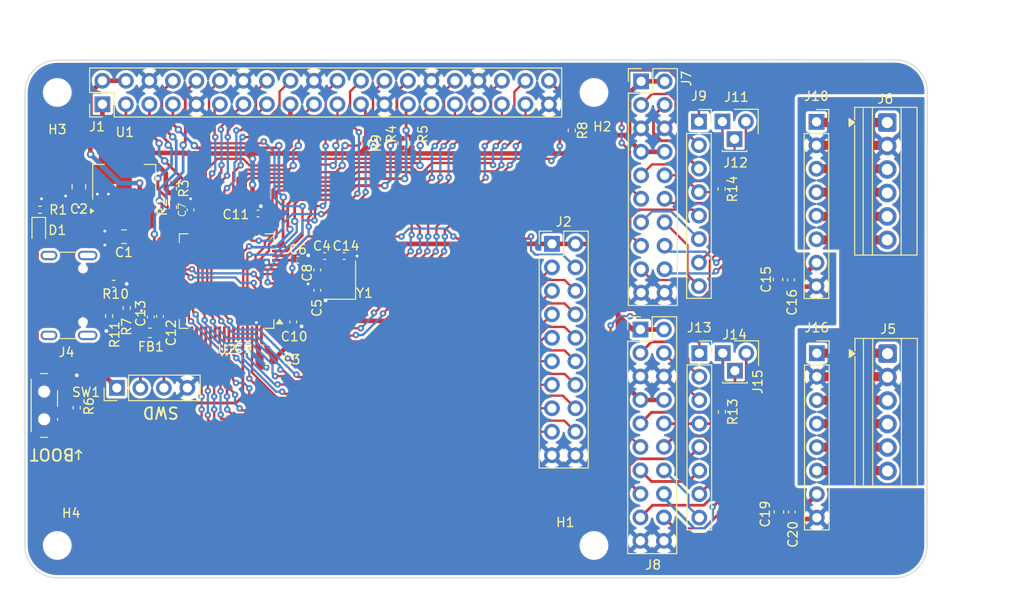
<source format=kicad_pcb>
(kicad_pcb (version 20241229) (generator "pcbnew") (generator_version "9.0")
  (layers (0 "F.Cu" signal) (2 "B.Cu" power) (13 "F.Paste" user) (15 "B.Paste" user) (5 "F.SilkS" user "F.Silkscreen") (7 "B.SilkS" user "B.Silkscreen") (1 "F.Mask" user) (3 "B.Mask" user) (25 "Edge.Cuts" user))
  (net 0 "")
  (net 1 "VBUS")
  (net 2 "GND")
  (net 3 "+3.3V")
  (net 4 "/NRST")
  (net 5 "/HSE_IN")
  (net 6 "/HSE_OUT")
  (net 7 "+3.3VA")
  (net 8 "/POWER_LED")
  (net 9 "/I2C2_SCL")
  (net 10 "/I2C2_SDA")
  (net 11 "/USART1_TX")
  (net 12 "/USART1_RX")
  (net 13 "/USB_D-")
  (net 14 "/USB_D+")
  (net 15 "/GPIO25")
  (net 16 "/GPIO12")
  (net 17 "/SWDIO")
  (net 18 "/SWCLK")
  (net 19 "/SW_BOOT0")
  (net 20 "/BOOT0")
  (net 21 "/SPI1_MISO")
  (net 22 "/SPI1_MOSI")
  (net 23 "/SPI1_SCK")
  (net 24 "/USART2_TX")
  (net 25 "/I2C1_SCL")
  (net 26 "/USART2_RX")
  (net 27 "/GPIO18")
  (net 28 "/GPIO8")
  (net 29 "/GPIO24")
  (net 30 "/SPI2_MISO")
  (net 31 "/SPI2_SCK")
  (net 32 "/GPIO26")
  (net 33 "/GPIO16")
  (net 34 "/GPIO7")
  (net 35 "/GPIO23")
  (net 36 "/SPI2_MOSI")
  (net 37 "/I2C1_SDA")
  (net 39 "/PA15")
  (net 40 "/PB15")
  (net 41 "/PB14")
  (net 42 "/PA8")
  (net 43 "/PB3")
  (net 44 "/PA0")
  (net 45 "/PB4")
  (net 46 "/PB6")
  (net 47 "/PB9")
  (net 48 "/PB5")
  (net 49 "/PB12")
  (net 50 "Net-(J4-CC2)")
  (net 52 "Net-(J4-CC1)")
  (net 58 "/Motor_Drivers/MOTOR1_DIAG")
  (net 59 "/Motor_Drivers/MOTOR1_MS2")
  (net 60 "/Motor_Drivers/MOTOR1_MS1")
  (net 61 "/Motor_Drivers/MOTOR1_EN")
  (net 62 "/Motor_Drivers/MOTOR1_RX")
  (net 63 "/Motor_Drivers/MOTOR1_INDEX")
  (net 64 "/Motor_Drivers/MOTOR1_STEP")
  (net 65 "/Motor_Drivers/MOTOR1_CLK")
  (net 66 "/Motor_Drivers/MOTOR1_PDN")
  (net 67 "/Motor_Drivers/MOTOR1_DIR")
  (net 68 "/Motor_Drivers/MOTOR1_VREF")
  (net 69 "/Motor_Drivers/MOTOR1_TX")
  (net 70 "/Motor_Drivers/MOTOR2_DIR")
  (net 71 "/Motor_Drivers/MOTOR2_STEP")
  (net 72 "/Motor_Drivers/MOTOR2_EN")
  (net 73 "/Motor_Drivers/MOTOR2_CLK")
  (net 74 "/Motor_Drivers/MOTOR2_INDEX")
  (net 75 "/Motor_Drivers/MOTOR2_VREF")
  (net 76 "/Motor_Drivers/MOTOR2_TX")
  (net 77 "/Motor_Drivers/MOTOR2_RX")
  (net 78 "/Motor_Drivers/MOTOR2_DIAG")
  (net 79 "/Motor_Drivers/MOTOR2_MS2")
  (net 80 "/Motor_Drivers/MOTOR2_MS1")
  (net 81 "/Motor_Drivers/MOTOR2_PDN")
  (net 82 "/GPIO27")
  (net 83 "/GPIO13")
  (net 84 "/GPIO6")
  (net 85 "GNDA")
  (net 86 "+12VA")
  (net 87 "/GPIO17")
  (net 88 "/GPIO22")
  (net 89 "/Motor_Drivers/MOTOR1_A2")
  (net 90 "/Motor_Drivers/MOTOR1_B1")
  (net 91 "/Motor_Drivers/MOTOR1_B2")
  (net 92 "/Motor_Drivers/MOTOR1_A1")
  (net 93 "/Motor_Drivers/MOTOR2_B2")
  (net 94 "/Motor_Drivers/MOTOR2_A1")
  (net 95 "/Motor_Drivers/MOTOR2_A2")
  (net 96 "/Motor_Drivers/MOTOR2_B1")
  (net 97 "+12VB")
  (net 98 "/PC11")
  (net 99 "/PC10")
  (net 100 "/PC9")
  (net 101 "/PC6")
  (net 102 "/PC12")
  (footprint "Capacitor_SMD:C_0402_1005Metric" (layer "F.Cu") (at 158.9 77.7)
    (property "Reference" "C4")
    (property "Value" "100n")
  )
  (footprint "Resistor_SMD:R_0402_1005Metric" (layer "F.Cu") (at 135.6 84.2 90)
    (property "Reference" "R11")
    (property "Value" "5K1")
  )
  (footprint "Capacitor_SMD:C_0402_1005Metric" (layer "F.Cu") (at 209.386126 105.376126 -90)
    (property "Reference" "C20")
    (property "Value" "100n")
  )
  (footprint "Connector_PinSocket_2.54mm:PinSocket_1x08_P2.54mm_Vertical" (layer "F.Cu") (at 199.345 63.16)
    (property "Reference" "J9")
    (property "Value" "Conn_01x08_Socket")
  )
  (footprint "Capacitor_SMD:C_0402_1005Metric" (layer "F.Cu") (at 158.1 81.404778 -90)
    (property "Reference" "C5")
    (property "Value" "10p")
  )
  (footprint "Connector_PinSocket_2.54mm:PinSocket_1x08_P2.54mm_Vertical" (layer "F.Cu") (at 199.386126 88.206126)
    (property "Reference" "J13")
    (property "Value" "Conn_01x08_Socket")
  )
  (footprint "Crystal:Crystal_SMD_3225-4Pin_3.2x2.5mm" (layer "F.Cu") (at 160.53 80.304778 90)
    (property "Reference" "Y1")
    (property "Value" "16 MHz")
  )
  (footprint "Resistor_SMD:R_0402_1005Metric" (layer "F.Cu") (at 168.3 65.49 -90)
    (property "Reference" "R5")
    (property "Value" "1k5")
  )
  (footprint "Resistor_SMD:R_0402_1005Metric" (layer "F.Cu") (at 128.127 72.6885 180)
    (property "Reference" "R1")
    (property "Value" "1k5")
  )
  (footprint "Resistor_SMD:R_0402_1005Metric" (layer "F.Cu") (at 132.1 94.1 90)
    (property "Reference" "R6")
    (property "Value" "10k")
  )
  (footprint "Capacitor_SMD:C_0603_1608Metric" (layer "F.Cu") (at 207.895 80.225 -90)
    (property "Reference" "C15")
    (property "Value" "10u")
  )
  (footprint "Connector_PinHeader_2.54mm:PinHeader_2x10_P2.54mm_Vertical" (layer "F.Cu") (at 193.095 58.8)
    (property "Reference" "J7")
    (property "Value" "THD-10-R")
  )
  (footprint "Resistor_SMD:R_0402_1005Metric" (layer "F.Cu") (at 201.826126 94.546126 -90)
    (property "Reference" "R13")
    (property "Value" "10k")
  )
  (footprint "Resistor_SMD:R_0402_1005Metric" (layer "F.Cu") (at 137.5 83.31 90)
    (property "Reference" "R7")
    (property "Value" "1K5")
  )
  (footprint "TerminalBlock:TerminalBlock_Xinya_XY308-2.54-6P_1x06_P2.54mm_Horizontal" (layer "F.Cu") (at 219.726126 88.246126 -90)
    (property "Reference" "J5")
    (property "Value" "Motor 2")
  )
  (footprint "Capacitor_SMD:C_0402_1005Metric" (layer "F.Cu") (at 152.22 87.7 180)
    (property "Reference" "C9")
    (property "Value" "100n")
  )
  (footprint "Resistor_SMD:R_0402_1005Metric" (layer "F.Cu") (at 201.794 70.44 -90)
    (property "Reference" "R14")
    (property "Value" "10k")
  )
  (footprint "TerminalBlock:TerminalBlock_Xinya_XY308-2.54-6P_1x06_P2.54mm_Horizontal" (layer "F.Cu") (at 219.695 63.25 -90)
    (property "Reference" "J6")
    (property "Value" "Motor 1")
  )
  (footprint "Connector_PinSocket_2.54mm:PinSocket_1x01_P2.54mm_Vertical" (layer "F.Cu") (at 203.236126 90.096126)
    (property "Reference" "J15")
    (property "Value" "Conn_01x01_Socket")
  )
  (footprint "Capacitor_SMD:C_0402_1005Metric" (layer "F.Cu") (at 209.295 80.27 -90)
    (property "Reference" "C16")
    (property "Value" "100n")
  )
  (footprint "Connector_PinHeader_2.54mm:PinHeader_2x10_P2.54mm_Vertical" (layer "F.Cu") (at 193.021 85.64)
    (property "Reference" "J8")
    (property "Value" "THD-10-R")
  )
  (footprint "Connector_PinSocket_2.54mm:PinSocket_1x02_P2.54mm_Vertical" (layer "F.Cu") (at 201.88 63.15 90)
    (property "Reference" "J11")
    (property "Value" "Conn_01x02_Socket")
  )
  (footprint "Connector_PinSocket_2.54mm:PinSocket_1x08_P2.54mm_Vertical" (layer "F.Cu") (at 212.086126 88.206126)
    (property "Reference" "J16")
    (property "Value" "Conn_01x08_Socket")
  )
  (footprint "Resistor_SMD:R_0402_1005Metric" (layer "F.Cu") (at 185.6 64.11 -90)
    (property "Reference" "R8")
    (property "Value" "10K")
  )
  (footprint "MountingHole:MountingHole_2.7mm_M2.5" (layer "F.Cu") (at 130 109)
    (property "Reference" "H4")
    (property "Value" "MountingHole")
  )
  (footprint "Connector_PinSocket_2.54mm:PinSocket_1x01_P2.54mm_Vertical" (layer "F.Cu") (at 203.195 65.05)
    (property "Reference" "J12")
    (property "Value" "Conn_01x01_Socket")
  )
  (footprint "Connector_PinSocket_2.54mm:PinSocket_1x08_P2.54mm_Vertical" (layer "F.Cu") (at 212.045 63.175)
    (property "Reference" "J10")
    (property "Value" "Conn_01x08_Socket")
  )
  (footprint "Capacitor_SMD:C_0603_1608Metric" (layer "F.Cu") (at 207.986126 105.371126 -90)
    (property "Reference" "C19")
    (property "Value" "10u")
  )
  (footprint "Resistor_SMD:R_0402_1005Metric" (layer "F.Cu") (at 136.1 80.7 180)
    (property "Reference" "R10")
    (property "Value" "5K1")
  )
  (footprint "Capacitor_SMD:C_0402_1005Metric" (layer "F.Cu") (at 155.5 84.82 -90)
    (property "Reference" "C10")
    (property "Value" "100n")
  )
  (footprint "Inductor_SMD:L_0603_1608Metric" (layer "F.Cu") (at 140.0125 86 180)
    (property "Reference" "FB1")
    (property "Value" "120R")
  )
  (footprint "Resistor_SMD:R_0402_1005Metric" (layer "F.Cu") (at 142.5 72.41 90)
    (property "Reference" "R2")
    (property "Value" "1k5")
  )
  (footprint "Capacitor_SMD:C_0402_1005Metric" (layer "F.Cu") (at 151.7 73.1)
    (property "Reference" "C11")
    (property "Value" "100n")
  )
  (footprint "Resistor_SMD:R_0402_1005Metric" (layer "F.Cu") (at 142.5 70.39 -90)
    (property "Reference" "R3")
    (property "Value" "1k5")
  )
  (footprint "Capacitor_SMD:C_0402_1005Metric" (layer "F.Cu") (at 140.1 84.28 90)
    (property "Reference" "C13")
    (property "Value" "1u")
  )
  (footprint "Connector_USB:USB_C_Receptacle_GCT_USB4105-xx-A_16P_TopMnt_Horizontal" (layer "F.Cu") (at 130.175 81.95 -90)
    (property "Reference" "J4")
    (property "Value" "USB_C_Receptacle_USB2.0")
  )
  (footprint "Connector_PinHeader_2.54mm:PinHeader_1x04_P2.54mm_Vertical" (layer "F.Cu") (at 136.438 91.957 90)
    (property "Reference" "J3")
    (property "Value" "Conn_01x04_Pin")
  )
  (footprint "MountingHole:MountingHole_2.7mm_M2.5" (layer "F.Cu") (at 188 109)
    (property "Reference" "H1")
    (property "Value" "MountingHole")
  )
  (footprint "Capacitor_SMD:C_0402_1005Metric" (layer "F.Cu") (at 141.1 84.22 90)
    (property "Reference" "C12")
    (property "Value" "10n")
  )
  (footprint "Capacitor_SMD:C_0402_1005Metric" (layer "F.Cu") (at 144.4 72.7 90)
    (property "Reference" "C7")
    (property "Value" "100n")
  )
  (footprint "Capacitor_SMD:C_0805_2012Metric" (layer "F.Cu") (at 132.334 70.2 -90)
    (property "Reference" "C2")
    (property "Value" "22u")
  )
  (footprint "Connector_PinHeader_2.54mm:PinHeader_2x20_P2.54mm_Vertical" (layer "F.Cu") (at 134.875 61.275 90)
    (property "Reference" "J1")
    (property "Value" "THD-20-R")
  )
  (footprint "LED_SMD:LED_0603_1608Metric" (layer "F.Cu") (at 128 75 -90)
    (property "Reference" "D1")
    (property "Value" "RED")
  )
  (footprint "Resistor_SMD:R_0402_1005Metric" (layer "F.Cu") (at 163.3 65.49 -90)
    (property "Reference" "R9")
    (property "Value" "10K")
  )
  (footprint "Button_Switch_SMD:SW_SPDT_PCM12" (layer "F.Cu") (at 128.9065 93.8565 -90)
    (property "Reference" "SW1")
    (property "Value" "SW_SPDT")
  )
  (footprint "Resistor_SMD:R_0402_1005Metric" (layer "F.Cu") (at 167.2 65.49 -90)
    (property "Reference" "R4")
    (property "Value" "1k5")
  )
  (footprint "Capacitor_SMD:C_0603_1608Metric" (layer "F.Cu") (at 152.625 88.9 180)
    (property "Reference" "C3")
    (property "Value" "10u")
  )
  (footprint "Capacitor_SMD:C_0402_1005Metric" (layer "F.Cu") (at 156 78.1)
    (property "Reference" "C6")
    (property "Value" "100n")
  )
  (footprint "Capacitor_SMD:C_0402_1005Metric" (layer "F.Cu") (at 158.1 79.204778 -90)
    (property "Reference" "C8")
    (property "Value" "10p")
  )
  (footprint "Package_TO_SOT_SMD:SOT-223-3_TabPin2" (layer "F.Cu") (at 137.234 69.693 90)
    (property "Reference" "U1")
    (property "Value" "AMS1117-3.3")
  )
  (footprint "MountingHole:MountingHole_2.7mm_M2.5" (layer "F.Cu") (at 188 60)
    (property "Reference" "H2")
    (property "Value" "MountingHole")
  )
  (footprint "Capacitor_SMD:C_0402_1005Metric" (layer "F.Cu") (at 161 77.7)
    (property "Reference" "C14")
    (property "Value" "1u")
  )
  (footprint "Capacitor_SMD:C_0805_2012Metric" (layer "F.Cu") (at 137.2 75.6 180)
    (property "Reference" "C1")
    (property "Value" "22u")
  )
  (footprint "Connector_PinHeader_2.54mm:PinHeader_2x10_P2.54mm_Vertical" (layer "F.Cu") (at 183.46 76.38)
    (property "Reference" "J2")
    (property "Value" "THD-10-R")
  )
  (footprint "Package_QFP:LQFP-64_10x10mm_P0.5mm" (layer "F.Cu") (at 148.3 80.4 180)
    (property "Reference" "U2")
    (property "Value" "STM32L475RGT7")
  )
  (footprint "Connector_PinSocket_2.54mm:PinSocket_1x02_P2.54mm_Vertical" (layer "F.Cu") (at 201.921126 88.196126 90)
    (property "Reference" "J14")
    (property "Value" "Conn_01x02_Socket")
  )
  (footprint "MountingHole:MountingHole_2.7mm_M2.5" (layer "F.Cu") (at 130 60)
    (property "Reference" "H3")
    (property "Value" "MountingHole")
  )
  (gr_line (start 132.3 98.684) (end 131.973 99.019) (stroke (width 0.16)) (layer "F.SilkS"))
  (gr_line (start 132.3 99.7) (end 132.3 98.684) (stroke (width 0.16)) (layer "F.SilkS"))
  (gr_line (start 132.3 98.684) (end 132.627 99.019) (stroke (width 0.16)) (layer "F.SilkS"))
  (gr_arc (start 126.5 60) (mid 127.525126 57.525126) (end 130 56.5) (stroke (width 0.1)) (layer "Edge.Cuts"))
  (gr_line (start 220.5 112.5) (end 130 112.5) (stroke (width 0.1)) (layer "Edge.Cuts"))
  (gr_arc (start 130 112.5) (mid 127.525126 111.474874) (end 126.5 109) (stroke (width 0.1)) (layer "Edge.Cuts"))
  (gr_arc (start 224 109) (mid 222.974874 111.474874) (end 220.5 112.5) (stroke (width 0.1)) (layer "Edge.Cuts"))
  (gr_line (start 224.025126 59.9749) (end 224 109) (stroke (width 0.1)) (layer "Edge.Cuts"))
  (gr_line (start 130 56.5) (end 220.525126 56.474874) (stroke (width 0.1)) (layer "Edge.Cuts"))
  (gr_arc (start 220.525126 56.474874) (mid 223 57.5) (end 224.025126 59.974874) (stroke (width 0.1)) (layer "Edge.Cuts"))
  (gr_line (start 126.5 109) (end 126.5 60) (stroke (width 0.1)) (layer "Edge.Cuts"))
  (gr_text "SWD" (at 143.25 93.9 180) (layer "F.SilkS") (effects (font (size 1.25 1.25) (thickness 0.2) (bold yes)) (justify left bottom)))
  (gr_text "BOOT" (at 131.985714 98.42425 180) (layer "F.SilkS") (effects (font (size 1.25 1.25) (thickness 0.2) (bold yes)) (justify left bottom)))
  (segment (start 138.9 72.209) (end 139.534 72.843) (width 0.5) (layer "F.Cu") (net 1))
  (segment (start 134.875 58.735) (end 133.574 60.036) (width 0.5) (layer "F.Cu") (net 1))
  (segment (start 133.574 60.036) (end 133.574 66.674) (width 0.5) (layer "F.Cu") (net 1))
  (segment (start 138.9 69.8) (end 138.9 72.209) (width 0.5) (layer "F.Cu") (net 1))
  (segment (start 133.574 66.674) (end 133.6 66.7) (width 0.5) (layer "F.Cu") (net 1))
  (segment (start 138.016 75.6) (end 137.8 75.6) (width 0.5) (layer "F.Cu") (net 1))
  (segment (start 134.875 58.735) (end 137.415 58.735) (width 0.5) (layer "F.Cu") (net 1))
  (via (at 138.9 69.8) (size 0.8) (drill 0.4) (layers "F.Cu" "B.Cu") (net 1))
  (via (at 133.6 66.7) (size 0.8) (drill 0.4) (layers "F.Cu" "B.Cu") (net 1))
  (segment (start 136.7 69.8) (end 138.9 69.8) (width 0.5) (layer "B.Cu") (net 1))
  (segment (start 133.6 66.7) (end 136.7 69.8) (width 0.5) (layer "B.Cu") (net 1))
  (segment (start 151.8 87.76) (end 151.74 87.7) (width 0.5) (layer "F.Cu") (net 2))
  (segment (start 135.3 85.01) (end 135.6 84.71) (width 0.5) (layer "F.Cu") (net 2))
  (segment (start 153.975 78.65) (end 152.85 78.65) (width 0.3) (layer "F.Cu") (net 2))
  (segment (start 142.625 83.65) (end 141.09 83.65) (width 0.3) (layer "F.Cu") (net 2))
  (segment (start 152.18 73.1) (end 152.18 72.48) (width 0.3) (layer "F.Cu") (net 2))
  (segment (start 161.38 77.8) (end 161.48 77.7) (width 0.5) (layer "F.Cu") (net 2))
  (segment (start 152.119785 89.719785) (end 151.74 89.34) (width 0.5) (layer "F.Cu") (net 2))
  (segment (start 159.2 81.884778) (end 159.68 81.404778) (width 0.5) (layer "F.Cu") (net 2))
  (segment (start 151.55 86.075) (end 151.55 84.920774) (width 0.3) (layer "F.Cu") (net 2))
  (segment (start 151.85 88.9) (end 151.85 88.98957) (width 0.3) (layer "F.Cu") (net 2))
  (segment (start 144.44826 72.22) (end 144.4 72.22) (width 0.3) (layer "F.Cu") (net 2))
  (segment (start 151.55 87.51) (end 151.74 87.7) (width 0.3) (layer "F.Cu") (net 2))
  (segment (start 158.384778 81.884778) (end 159 82.5) (width 0.5) (layer "F.Cu") (net 2))
  (segment (start 156.48 78.1) (end 156.645595 78.1) (width 0.5) (layer "F.Cu") (net 2))
  (segment (start 131.0935 91.6065) (end 132.1065 90.5935) (width 0.5) (layer "F.Cu") (net 2))
  (segment (start 157.1 80.684778) (end 158.1 79.684778) (width 0.5) (layer "F.Cu") (net 2))
  (segment (start 151.74 89.34) (end 151.74 87.7) (width 0.5) (layer "F.Cu") (net 2))
  (segment (start 151.55 84.920774) (end 151.513541 84.884315) (width 0.3) (layer "F.Cu") (net 2))
  (segment (start 152.18 73.1) (end 152.18 73.14826) (width 0.3) (layer "F.Cu") (net 2))
  (segment (start 156.645595 78.1) (end 157.122798 77.622797) (width 0.5) (layer "F.Cu") (net 2))
  (segment (start 135.6 84.71) (end 135.16 85.15) (width 0.5) (layer "F.Cu") (net 2))
  (segment (start 158.1 81.884778) (end 158.384778 81.884778) (width 0.5) (layer "F.Cu") (net 2))
  (segment (start 211.926126 106.146126) (end 212.086126 105.986126) (width 0.5) (layer "F.Cu") (net 2))
  (segment (start 136.61 80.7) (end 137.5 80.7) (width 0.5) (layer "F.Cu") (net 2))
  (segment (start 128.637 71.837) (end 128.3 71.5) (width 0.5) (layer "F.Cu") (net 2))
  (segment (start 151.55 74.725) (end 151.55 73.75) (width 0.3) (layer "F.Cu") (net 2))
  (segment (start 140.96 83.6) (end 141.1 83.74) (width 0.5) (layer "F.Cu") (net 2))
  (segment (start 161.48 79.104778) (end 161.38 79.204778) (width 0.5) (layer "F.Cu") (net 2))
  (segment (start 159.38 77.390001) (end 159.38 77.7) (width 0.5) (layer "F.Cu") (net 2))
  (segment (start 151.55 73.75) (end 151.6 73.7) (width 0.3) (layer "F.Cu") (net 2))
  (segment (start 152.580215 89.719785) (end 152.119785 89.719785) (width 0.5) (layer "F.Cu") (net 2))
  (segment (start 145.05 74.725) (end 145.05 73.6) (width 0.3) (layer "F.Cu") (net 2))
  (segment (start 130.3365 91.6065) (end 131.0935 91.6065) (width 0.5) (layer "F.Cu") (net 2))
  (segment (start 157.806595 76.939) (end 158.928999 76.939) (width 0.5) (layer "F.Cu") (net 2))
  (segment (start 144.4 71.5) (end 144.4 72.22) (width 0.5) (layer "F.Cu") (net 2))
  (segment (start 162.4 77.7) (end 161.48 77.7) (width 0.5) (layer "F.Cu") (net 2))
  (segment (start 141.09 83.65) (end 141 83.74) (width 0.3) (layer "F.Cu") (net 2))
  (segment (start 155.5 85.3) (end 156.4 85.3) (width 0.5) (layer "F.Cu") (net 2))
  (segment (start 212 81) (end 212.045 80.955) (width 0.5) (layer "F.Cu") (net 2))
  (segment (start 152.18 73.14826) (end 151.61413 73.71413) (width 0.3) (layer "F.Cu") (net 2))
  (segment (start 128.637 72.6885) (end 128.637 71.837) (width 0.5) (layer "F.Cu") (net 2))
  (segment (start 161.38 79.204778) (end 161.38 77.8) (width 0.5) (layer "F.Cu") (net 2))
  (segment (start 145.05 73.6) (end 145.061 73.589) (width 0.3) (layer "F.Cu") (net 2))
  (segment (start 158.928999 76.939) (end 159.38 77.390001) (width 0.5) (layer "F.Cu") (net 2))
  (segment (start 157.122798 77.622797) (end 157.806595 76.939) (width 0.5) (layer "F.Cu") (net 2))
  (segment (start 207.895 81) (end 212 81) (width 0.5) (layer "F.Cu") (net 2))
  (segment (start 135.3 85.8) (end 135.3 85.01) (width 0.5) (layer "F.Cu") (net 2))
  (segment (start 151.55 86.075) (end 151.55 87.51) (width 0.3) (layer "F.Cu") (net 2))
  (segment (start 145.061 72.83274) (end 144.44826 72.22) (width 0.3) (layer "F.Cu") (net 2))
  (segment (start 145.061 73.589) (end 145.061 72.83274) (width 0.3) (layer "F.Cu") (net 2))
  (segment (start 207.986126 106.146126) (end 211.926126 106.146126) (width 0.5) (layer "F.Cu") (net 2))
  (segment (start 135.16 85.15) (end 133.855 85.15) (width 0.5) (layer "F.Cu") (net 2))
  (segment (start 139.1 83.6) (end 140.96 83.6) (width 0.5) (layer "F.Cu") (net 2))
  (segment (start 133.855 85.22) (end 134.054917 85.22) (width 0.5) (layer "F.Cu") (net 2))
  (segment (start 158.1 81.884778) (end 159.2 81.884778) (width 0.5) (layer "F.Cu") (net 2))
  (segment (start 152.85 78.65) (end 152.6 78.4) (width 0.3) (layer "F.Cu") (net 2))
  (segment (start 152.18 72.48) (end 152 72.3) (width 0.3) (layer "F.Cu") (net 2))
  (via (at 157.1 80.704778) (size 0.7) (drill 0.3) (layers "F.Cu" "B.Cu") (net 2))
  (via (at 137.5 80.7) (size 0.8) (drill 0.4) (layers "F.Cu" "B.Cu") (net 2))
  (via (at 156.4 85.3) (size 0.8) (drill 0.4) (layers "F.Cu" "B.Cu") (net 2))
  (via (at 135.3 85.8) (size 0.8) (drill 0.4) (layers "F.Cu" "B.Cu") (net 2))
  (via (at 128.3 71.5) (size 0.7) (drill 0.3) (layers "F.Cu" "B.Cu") (net 2))
  (via (at 152.6 78.4) (size 0.8) (drill 0.4) (layers "F.Cu" "B.Cu") (net 2))
  (via (at 152 72.3) (size 0.8) (drill 0.4) (layers "F.Cu" "B.Cu") (net 2))
  (via (at 132.1065 90.5935) (size 0.8) (drill 0.4) (layers "F.Cu" "B.Cu") (net 2))
  (via (at 157.122798 77.622797) (size 0.8) (drill 0.4) (layers "F.Cu" "B.Cu") (net 2))
  (via (at 132.3 72.4) (size 0.7) (drill 0.3) (layers "F.Cu" "B.Cu") (net 2))
  (via (at 162.4 77.7) (size 0.7) (drill 0.3) (layers "F.Cu" "B.Cu") (net 2))
  (via (at 135.134 75) (size 0.7) (drill 0.3) (layers "F.Cu" "B.Cu") (net 2))
  (via (at 151.513541 84.884315) (size 0.7) (drill 0.3) (layers "F.Cu" "B.Cu") (net 2))
  (via (at 159 82.5) (size 0.8) (drill 0.4) (layers "F.Cu" "B.Cu") (net 2))
  (via (at 134.334 71) (size 0.7) (drill 0.3) (layers "F.Cu" "B.Cu") (net 2))
  (via (at 152.580215 89.719785) (size 0.7) (drill 0.3) (layers "F.Cu" "B.Cu") (net 2))
  (via (at 130.9 71.2) (size 0.7) (drill 0.3) (layers "F.Cu" "B.Cu") (net 2))
  (via (at 135.134 76.5) (size 0.7) (drill 0.3) (layers "F.Cu" "B.Cu") (net 2))
  (via (at 135.534 71) (size 0.7) (drill 0.3) (layers "F.Cu" "B.Cu") (net 2))
  (via (at 144.4 71.5) (size 0.7) (drill 0.3) (layers "F.Cu" "B.Cu") (net 2))
  (via (at 139.1 83.6) (size 0.7) (drill 0.3) (layers "F.Cu" "B.Cu") (net 2))
  (segment (start 191.794 65.119) (end 191.295 64.62) (width 0.5) (layer "F.Cu") (net 3))
  (segment (start 162.8 66.6) (end 166.8 66.6) (width 0.5) (layer "F.Cu") (net 3))
  (segment (start 185.6 65.8) (end 185.6 64.62) (width 0.5) (layer "F.Cu") (net 3))
  (segment (start 129.4 74.3875) (end 129.4 71) (width 0.5) (layer "F.Cu") (net 3))
  (segment (start 190 76.5) (end 190 82.8) (width 0.5) (layer "F.Cu") (net 3))
  (segment (start 134.875 64.184) (end 137.234 66.543) (width 0.5) (layer "F.Cu") (net 3))
  (segment (start 207.986126 104.596126) (end 210.936126 104.596126) (width 0.5) (layer "F.Cu") (net 3))
  (segment (start 161.858 76.238) (end 157.192318 76.238) (width 0.5) (layer "F.Cu") (net 3))
  (segment (start 157.007496 84.704) (end 156.643496 84.34) (width 0.5) (layer "F.Cu") (net 3))
  (segment (start 173.6 76.38) (end 162 76.38) (width 0.5) (layer "F.Cu") (net 3))
  (segment (start 150.5 66.6) (end 154.4 66.6) (width 0.5) (layer "F.Cu") (net 3))
  (segment (start 127.749 86.949) (end 128.4 87.6) (width 0.5) (layer "F.Cu") (net 3))
  (segment (start 153.4 88.4) (end 152.7 87.7) (width 0.5) (layer "F.Cu") (net 3))
  (segment (start 143.743 66.543) (end 143.8 66.6) (width 0.5) (layer "F.Cu") (net 3))
  (segment (start 142.180001 70.9) (end 142.5 70.9) (width 0.5) (layer "F.Cu") (net 3))
  (segment (start 168 66.3) (end 168.3 66) (width 0.5) (layer "F.Cu") (net 3))
  (segment (start 151.05 73.27) (end 151.22 73.1) (width 0.3) (layer "F.Cu") (net 3))
  (segment (start 127.749 77.051) (end 128 76.8) (width 0.5) (layer "F.Cu") (net 3))
  (segment (start 152.05 87.00174) (end 152.7 87.65174) (width 0.3) (layer "F.Cu") (net 3))
  (segment (start 203.945 83.4) (end 207.895 79.45) (width 0.5) (layer "F.Cu") (net 3))
  (segment (start 132.081 87.6) (end 137.625 87.6) (width 0.5) (layer "F.Cu") (net 3))
  (segment (start 190.6 83.4) (end 190.6 84.068942) (width 0.5) (layer "F.Cu") (net 3))
  (segment (start 128.4 87.6) (end 132.081 87.6) (width 0.5) (layer "F.Cu") (net 3))
  (segment (start 157.192318 76.238) (end 155.52 77.910318) (width 0.5) (layer "F.Cu") (net 3))
  (segment (start 190 65.5) (end 190 76.5) (width 0.5) (layer "F.Cu") (net 3))
  (segment (start 144.210318 73.18) (end 144.4 73.18) (width 0.5) (layer "F.Cu") (net 3))
  (segment (start 162.8 66.6) (end 162.8 66.5) (width 0.5) (layer "F.Cu") (net 3))
  (segment (start 155.31 84.15) (end 155.5 84.34) (width 0.3) (layer "F.Cu") (net 3))
  (segment (start 190.6 84.068942) (end 192.171058 85.64) (width 0.5) (layer "F.Cu") (net 3))
  (segment (start 162 76.38) (end 161.650318 76.38) (width 0.5) (layer "F.Cu") (net 3))
  (segment (start 166.8 66.4) (end 167.2 66) (width 0.5) (layer "F.Cu") (net 3))
  (segment (start 141.729 68.732496) (end 141.729 70.448999) (width 0.5) (layer "F.Cu") (net 3))
  (segment (start 151.1 69.976) (end 151.1 72.98) (width 0.5) (layer "F.Cu") (net 3))
  (segment (start 190.6 83.4) (end 190.6 90.839) (width 0.5) (layer "F.Cu") (net 3))
  (segment (start 155.52 77.910318) (end 155.52 78.1) (width 0.5) (layer "F.Cu") (net 3))
  (segment (start 130.1855 96.2575) (end 128.203294 96.2575) (width 0.5) (layer "F.Cu") (net 3))
  (segment (start 128.203294 96.2575) (end 127.6755 95.729706) (width 0.5) (layer "F.Cu") (net 3))
  (segment (start 150.5 66.6) (end 151.073 67.173) (width 0.5) (layer "F.Cu") (net 3))
  (segment (start 193.095 66.42) (end 195.635 66.42) (width 0.5) (layer "F.Cu") (net 3))
  (segment (start 130.3365 96.1065) (end 130.1855 96.2575) (width 0.5) (layer "F.Cu") (net 3))
  (segment (start 162.8 66.5) (end 163.3 66) (width 0.5) (layer "F.Cu") (net 3))
  (segment (start 184.8 66.6) (end 185.6 65.8) (width 0.5) (layer "F.Cu") (net 3))
  (segment (start 187.9 64.62) (end 189.12 64.62) (width 0.5) (layer "F.Cu") (net 3))
  (segment (start 131.15 69.25) (end 132.334 69.25) (width 0.5) (layer "F.Cu") (net 3))
  (segment (start 193.095 58.8) (end 195.635 58.8) (width 0.5) (layer "F.Cu") (net 3))
  (segment (start 128.4 91.085) (end 128.4 87.6) (width 0.5) (layer "F.Cu") (net 3))
  (segment (start 211.01 79.45) (end 212.045 78.415) (width 0.5) (layer "F.Cu") (net 3))
  (segment (start 156.643496 84.34) (end 155.5 84.34) (width 0.5) (layer "F.Cu") (net 3))
  (segment (start 152.05 86.075) (end 152.05 87.00174) (width 0.3) (layer "F.Cu") (net 3))
  (segment (start 169.068393 81.168393) (end 171.418393 78.818393) (width 0.5) (layer "F.Cu") (net 3))
  (segment (start 153.975 84.15) (end 155.31 84.15) (width 0.3) (layer "F.Cu") (net 3))
  (segment (start 166.8 66.6) (end 166.8 66.4) (width 0.5) (layer "F.Cu") (net 3))
  (segment (start 160.52 77.510318) (end 160.52 77.7) (width 0.5) (layer "F.Cu") (net 3))
  (segment (start 137.234 66.543) (end 139.539504 66.543) (width 0.5) (layer "F.Cu") (net 3))
  (segment (start 151.05 74.725) (end 151.05 73.27) (width 0.3) (layer "F.Cu") (net 3))
  (segment (start 154.4 66.6) (end 162.8 66.6) (width 0.5) (layer "F.Cu") (net 3))
  (segment (start 185.6 64.62) (end 187.9 64.62) (width 0.5) (layer "F.Cu") (net 3))
  (segment (start 155.2 87.053) (end 163.183786 87.053) (width 0.5) (layer "F.Cu") (net 3))
  (segment (start 163.183786 87.053) (end 167.518393 82.718393) (width 0.5) (layer "F.Cu") (net 3))
  (segment (start 155.47 78.15) (end 155.52 78.1) (width 0.3) (layer "F.Cu") (net 3))
  (segment (start 161.650318 76.38) (end 160.52 77.510318) (width 0.5) (layer "F.Cu") (net 3))
  (segment (start 127.6755 95.729706) (end 127.6755 91.8095) (width 0.5) (layer "F.Cu") (net 3))
  (segment (start 144.55 74.725) (end 144.55 73.33) (width 0.3) (layer "F.Cu") (net 3))
  (segment (start 165.408234 84.704) (end 157.007496 84.704) (width 0.5) (layer "F.Cu") (net 3))
  (segment (start 207.895 79.45) (end 211.01 79.45) (width 0.5) (layer "F.Cu") (net 3))
  (segment (start 137.625 87.6) (end 139.225 86) (width 0.5) (layer "F.Cu") (net 3))
  (segment (start 192.171058 85.64) (end 193.021 85.64) (width 0.5) (layer "F.Cu") (net 3))
  (segment (start 173.856786 76.38) (end 174.1 76.38) (width 0.5) (layer "F.Cu") (net 3))
  (segment (start 155.2 87.1) (end 155.2 87.053) (width 0.5) (layer "F.Cu") (net 3))
  (segment (start 127.749 77.051) (end 127.749 86.949) (width 0.5) (layer "F.Cu") (net 3))
  (segment (start 151.1 72.98) (end 151.22 73.1) (width 0.5) (layer "F.Cu") (net 3))
  (segment (start 187.9 64.62) (end 191.295 64.62) (width 0.5) (layer "F.Cu") (net 3))
  (segment (start 152.7 87.65174) (end 152.7 87.7) (width 0.3) (layer "F.Cu") (net 3))
  (segment (start 183.46 76.38) (end 189.88 76.38) (width 0.5) (layer "F.Cu") (net 3))
  (segment (start 167.518393 82.718393) (end 171.418393 78.818393) (width 0.5) (layer "F.Cu") (net 3))
  (segment (start 207.986126 104.596126) (end 207.986126 87.441126) (width 0.5) (layer "F.Cu") (net 3))
  (segment (start 151.073 67.173) (end 151.1 67.173) (width 0.5) (layer "F.Cu") (net 3))
  (segment (start 153.4 88.9) (end 153.4 88.4) (width 0.5) (layer "F.Cu") (net 3))
  (segment (start 190.6 83.4) (end 203.945 83.4) (width 0.5) (layer "F.Cu") (net 3))
  (segment (start 155.2 65.8) (end 155.2 65.2) (width 0.5) (layer "F.Cu") (net 3))
  (segment (start 132.081 87.6) (end 136.438 91.957) (width 0.5) (layer "F.Cu") (net 3))
  (segment (start 207.986126 87.441126) (end 203.945 83.4) (width 0.5) (layer "F.Cu") (net 3))
  (segment (start 128 76.8) (end 128 75.7875) (width 0.5) (layer "F.Cu") (net 3))
  (segment (start 127.6755 91.8095) (end 128.4 91.085) (width 0.5) (layer "F.Cu") (net 3))
  (segment (start 134.875 61.275) (end 134.875 64.184) (width 0.5) (layer "F.Cu") (net 3))
  (segment (start 129.4 71) (end 131.15 69.25) (width 0.5) (layer "F.Cu") (net 3))
  (segment (start 190 82.8) (end 190.6 83.4) (width 0.5) (layer "F.Cu") (net 3))
  (segment (start 155.195 65.195) (end 155.195 61.275) (width 0.5) (layer "F.Cu") (net 3))
  (segment (start 166.8 66.6) (end 168 66.6) (width 0.5) (layer "F.Cu") (net 3))
  (segment (start 191.794 60.101) (end 193.095 58.8) (width 0.5) (layer "F.Cu") (net 3))
  (segment (start 174.1 76.38) (end 173.6 76.38) (width 0.5) (layer "F.Cu") (net 3))
  (segment (start 193.021 85.64) (end 195.561 85.64) (width 0.5) (layer "F.Cu") (net 3))
  (segment (start 155.2 65.2) (end 155.195 65.195) (width 0.5) (layer "F.Cu") (net 3))
  (segment (start 168 66.6) (end 184.8 66.6) (width 0.5) (layer "F.Cu") (net 3))
  (segment (start 210.936126 104.596126) (end 212.086126 103.446126) (width 0.5) (layer "F.Cu") (net 3))
  (segment (start 141.729 70.448999) (end 142.180001 70.9) (width 0.5) (layer "F.Cu") (net 3))
  (segment (start 128 75.7875) (end 129.4 74.3875) (width 0.5) (layer "F.Cu") (net 3))
  (segment (start 189.88 76.38) (end 190 76.5) (width 0.5) (layer "F.Cu") (net 3))
  (segment (start 190.6 90.839) (end 193.021 93.26) (width 0.5) (layer "F.Cu") (net 3))
  (segment (start 168 66.6) (end 168 66.3) (width 0.5) (layer "F.Cu") (net 3))
  (segment (start 183.46 76.38) (end 174.1 76.38) (width 0.5) (layer "F.Cu") (net 3))
  (segment (start 137.5 83.82) (end 137.5 84.275) (width 0.5) (layer "F.Cu") (net 3))
  (segment (start 143.743 66.543) (end 139 66.543) (width 0.5) (layer "F.Cu") (net 3))
  (segment (start 154.4 66.6) (end 155.2 65.8) (width 0.5) (layer "F.Cu") (net 3))
  (segment (start 139.539504 66.543) (end 141.729 68.732496) (width 0.5) (layer "F.Cu") (net 3))
  (segment (start 144.8 66.6) (end 150.5 66.6) (width 0.5) (layer "F.Cu") (net 3))
  (segment (start 142.5 70.9) (end 142.5 71.469682) (width 0.5) (layer "F.Cu") (net 3))
  (segment (start 137.5 84.275) (end 139.225 86) (width 0.5) (layer "F.Cu") (net 3))
  (segment (start 167.518393 82.718393) (end 169.068393 81.168393) (width 0.5) (layer "F.Cu") (net 3))
  (segment (start 144.55 73.33) (end 144.4 73.18) (width 0.3) (layer "F.Cu") (net 3))
  (segment (start 193.095 66.42) (end 191.794 65.119) (width 0.5) (layer "F.Cu") (net 3))
  (segment (start 143.8 66.6) (end 144.8 66.6) (width 0.5) (layer "F.Cu") (net 3))
  (segment (start 142.5 71.469682) (end 144.210318 73.18) (width 0.5) (layer "F.Cu") (net 3))
  (segment (start 191.794 65.119) (end 191.794 60.101) (width 0.5) (layer "F.Cu") (net 3))
  (segment (start 171.418393 78.818393) (end 173.856786 76.38) (width 0.5) (layer "F.Cu") (net 3))
  (segment (start 153.975 78.15) (end 155.47 78.15) (width 0.3) (layer "F.Cu") (net 3))
  (segment (start 162 76.38) (end 161.858 76.238) (width 0.5) (layer "F.Cu") (net 3))
  (segment (start 193.021 93.26) (end 195.561 93.26) (width 0.5) (layer "F.Cu") (net 3))
  (segment (start 153.4 88.9) (end 155.2 87.1) (width 0.5) (layer "F.Cu") (net 3))
  (segment (start 189.12 64.62) (end 190 65.5) (width 0.5) (layer "F.Cu") (net 3))
  (via (at 151.1 69.976) (size 0.8) (drill 0.4) (layers "F.Cu" "B.Cu") (net 3))
  (via (at 151.1 67.173) (size 0.8) (drill 0.4) (layers "F.Cu" "B.Cu") (net 3))
  (segment (start 151.1 67.173) (end 151.1 69.976) (width 0.5) (layer "B.Cu") (net 3))
  (segment (start 158.42 77.7) (end 158.106257 77.7) (width 0.3) (layer "F.Cu") (net 4))
  (segment (start 155.898 79.908257) (end 155.898 81.102) (width 0.3) (layer "F.Cu") (net 4))
  (segment (start 158.106257 77.7) (end 155.898 79.908257) (width 0.3) (layer "F.Cu") (net 4))
  (segment (start 153.975 81.15) (end 154.854534 81.15) (width 0.3) (layer "F.Cu") (net 4))
  (segment (start 155.851 81.149) (end 154.855534 81.149) (width 0.3) (layer "F.Cu") (net 4))
  (segment (start 154.854534 81.15) (end 154.855534 81.149) (width 0.3) (layer "F.Cu") (net 4))
  (segment (start 155.898 81.102) (end 155.851 81.149) (width 0.3) (layer "F.Cu") (net 4))
  (segment (start 160.43 80.354778) (end 160.837611 80.762389) (width 0.3) (layer "F.Cu") (net 5))
  (segment (start 156.754778 82.15) (end 157.98 80.924778) (width 0.3) (layer "F.Cu") (net 5))
  (segment (start 160.43 80.354778) (end 161.38 81.304778) (width 0.3) (layer "F.Cu") (net 5))
  (segment (start 158.67 80.354778) (end 159.4 80.354778) (width 0.3) (layer "F.Cu") (net 5))
  (segment (start 157.98 80.924778) (end 158.1 80.924778) (width 0.3) (layer "F.Cu") (net 5))
  (segment (start 158.1 80.924778) (end 158.67 80.354778) (width 0.3) (layer "F.Cu") (net 5))
  (segment (start 153.975 82.15) (end 156.754778 82.15) (width 0.3) (layer "F.Cu") (net 5))
  (segment (start 159.4 80.354778) (end 160.43 80.354778) (width 0.3) (layer "F.Cu") (net 5))
  (segment (start 161.38 81.304778) (end 161.38 81.404778) (width 0.3) (layer "F.Cu") (net 5))
  (segment (start 158.1 78.724778) (end 159.2 78.724778) (width 0.3) (layer "F.Cu") (net 6))
  (segment (start 156.25 81.65) (end 153.975 81.65) (width 0.3) (layer "F.Cu") (net 6))
  (segment (start 157.790001 78.724778) (end 156.399 80.115778) (width 0.3) (layer "F.Cu") (net 6))
  (segment (start 156.399 81.501) (end 156.25 81.65) (width 0.3) (layer "F.Cu") (net 6))
  (segment (start 159.2 78.724778) (end 159.68 79.204778) (width 0.3) (layer "F.Cu") (net 6))
  (segment (start 158.1 78.724778) (end 157.790001 78.724778) (width 0.3) (layer "F.Cu") (net 6))
  (segment (start 156.399 80.115778) (end 156.399 81.501) (width 0.3) (layer "F.Cu") (net 6))
  (segment (start 141.1 84.7) (end 140.16 84.7) (width 0.5) (layer "F.Cu") (net 7))
  (segment (start 142.176 84.7) (end 142.625 84.251) (width 0.5) (layer "F.Cu") (net 7))
  (segment (start 140.16 84.7) (end 140.1 84.76) (width 0.5) (layer "F.Cu") (net 7))
  (segment (start 140.8 86) (end 140.8 85.46) (width 0.5) (layer "F.Cu") (net 7))
  (segment (start 141.1 84.7) (end 142.176 84.7) (width 0.5) (layer "F.Cu") (net 7))
  (segment (start 140.8 85.46) (end 140.1 84.76) (width 0.5) (layer "F.Cu") (net 7))
  (segment (start 128 74.2125) (end 127.617 73.8295) (width 0.3) (layer "F.Cu") (net 8))
  (segment (start 127.617 73.8295) (end 127.617 72.6885) (width 0.3) (layer "F.Cu") (net 8))
  (segment (start 140.879 70.448941) (end 140.879 70.2) (width 0.3) (layer "F.Cu") (net 9))
  (segment (start 141.499 76.101) (end 141.499 76.903534) (width 0.3) (layer "F.Cu") (net 9))
  (segment (start 141.745466 77.15) (end 142.625 77.15) (width 0.3) (layer "F.Cu") (net 9))
  (segment (start 141.8 71.829) (end 141.8 74.9) (width 0.3) (layer "F.Cu") (net 9))
  (segment (start 140.879 69.302789) (end 140.879 70.2) (width 0.3) (layer "F.Cu") (net 9))
  (segment (start 141.8 72.22) (end 142.5 72.92) (width 0.3) (layer "F.Cu") (net 9))
  (segment (start 141.8 74.9) (end 141.8 75.8) (width 0.3) (layer "F.Cu") (net 9))
  (segment (start 139.955 63.355) (end 140.6 64) (width 0.3) (layer "F.Cu") (net 9))
  (segment (start 139.955 61.275) (end 139.955 63.355) (width 0.3) (layer "F.Cu") (net 9))
  (segment (start 141.8 71.829) (end 141.8 72.22) (width 0.3) (layer "F.Cu") (net 9))
  (segment (start 140.6 64) (end 141.981201 65.381201) (width 0.3) (layer "F.Cu") (net 9))
  (segment (start 141.499 76.903534) (end 141.745466 77.15) (width 0.3) (layer "F.Cu") (net 9))
  (segment (start 141.8 75.8) (end 141.499 76.101) (width 0.3) (layer "F.Cu") (net 9))
  (segment (start 141.981201 65.381201) (end 141.981201 65.693) (width 0.3) (layer "F.Cu") (net 9))
  (segment (start 141.8 71.829) (end 141.8 71.369941) (width 0.3) (layer "F.Cu") (net 9))
  (segment (start 141.8 71.369941) (end 140.879 70.448941) (width 0.3) (layer "F.Cu") (net 9))
  (via (at 140.879 69.302789) (size 0.8) (drill 0.4) (layers "F.Cu" "B.Cu") (net 9))
  (via (at 141.981201 65.693) (size 0.8) (drill 0.4) (layers "F.Cu" "B.Cu") (net 9))
  (segment (start 142.351 66.062799) (end 142.351 67.830789) (width 0.3) (layer "B.Cu") (net 9))
  (segment (start 142.351 67.830789) (end 140.879 69.302789) (width 0.3) (layer "B.Cu") (net 9))
  (segment (start 141.981201 65.693) (end 142.351 66.062799) (width 0.3) (layer "B.Cu") (net 9))
  (segment (start 145.55 73.712) (end 145.562 73.7) (width 0.3) (layer "F.Cu") (net 10))
  (segment (start 141.6 67.4) (end 143.35 69.15) (width 0.3) (layer "F.Cu") (net 10))
  (segment (start 138.8 64.5) (end 140.1 64.5) (width 0.3) (layer "F.Cu") (net 10))
  (segment (start 141 65.4) (end 141 65.5) (width 0.3) (layer "F.Cu") (net 10))
  (segment (start 143.35 69.15) (end 145.562 71.362) (width 0.3) (layer "F.Cu") (net 10))
  (segment (start 137.5 63.2) (end 138.8 64.5) (width 0.3) (layer "F.Cu") (net 10))
  (segment (start 142.62 69.88) (end 143.35 69.15) (width 0.3) (layer "F.Cu") (net 10))
  (segment (start 137.415 61.275) (end 137.415 63.115) (width 0.3) (layer "F.Cu") (net 10))
  (segment (start 145.55 74.725) (end 145.55 73.712) (width 0.3) (layer "F.Cu") (net 10))
  (segment (start 145.562 71.362) (end 145.562 73.7) (width 0.3) (layer "F.Cu") (net 10))
  (segment (start 140.1 64.5) (end 141 65.4) (width 0.3) (layer "F.Cu") (net 10))
  (segment (start 137.415 63.115) (end 137.5 63.2) (width 0.3) (layer "F.Cu") (net 10))
  (segment (start 145.562 73.7) (end 145.562 73.833466) (width 0.3) (layer "F.Cu") (net 10))
  (segment (start 142.5 69.88) (end 142.62 69.88) (width 0.3) (layer "F.Cu") (net 10))
  (via (at 141.6 67.4) (size 0.8) (drill 0.4) (layers "F.Cu" "B.Cu") (net 10))
  (via (at 141 65.5) (size 0.8) (drill 0.4) (layers "F.Cu" "B.Cu") (net 10))
  (segment (start 141 66.8) (end 141.6 67.4) (width 0.3) (layer "B.Cu") (net 10))
  (segment (start 141 65.5) (end 141 66.8) (width 0.3) (layer "B.Cu") (net 10))
  (segment (start 141.4 80.8) (end 141.4 77.513055) (width 0.3) (layer "F.Cu") (net 11))
  (segment (start 141.4 77.513055) (end 140.986945 77.1) (width 0.3) (layer "F.Cu") (net 11))
  (segment (start 140.986945 75.904535) (end 141.299 75.592479) (width 0.3) (layer "F.Cu") (net 11))
  (segment (start 141.294 63.633338) (end 141.294 63.3) (width 0.3) (layer "F.Cu") (net 11))
  (segment (start 141.397733 80.802267) (end 141.4 80.8) (width 0.3) (layer "F.Cu") (net 11))
  (segment (start 140.986945 77.1) (end 140.986945 75.904535) (width 0.3) (layer "F.Cu") (net 11))
  (segment (start 141.299 71.963702) (end 141.05 71.714702) (width 0.3) (layer "F.Cu") (net 11))
  (segment (start 142.625 81.15) (end 141.745466 81.15) (width 0.3) (layer "F.Cu") (net 11))
  (segment (start 141.745466 81.15) (end 141.397733 80.802267) (width 0.3) (layer "F.Cu") (net 11))
  (segment (start 141.299 75.592479) (end 141.299 71.963702) (width 0.3) (layer "F.Cu") (net 11))
  (segment (start 142.495 58.735) (end 141.294 59.936) (width 0.3) (layer "F.Cu") (net 11))
  (segment (start 142.463166 64.802504) (end 141.294 63.633338) (width 0.3) (layer "F.Cu") (net 11))
  (segment (start 141.294 59.936) (end 141.294 63.3) (width 0.3) (layer "F.Cu") (net 11))
  (via (at 142.463166 64.802504) (size 0.8) (drill 0.4) (layers "F.Cu" "B.Cu") (net 11))
  (via (at 141.05 71.714702) (size 0.8) (drill 0.4) (layers "F.Cu" "B.Cu") (net 11))
  (segment (start 142.852 65.191338) (end 142.463166 64.802504) (width 0.3) (layer "B.Cu") (net 11))
  (segment (start 141.05 71.714702) (end 141.05 70.45) (width 0.3) (layer "B.Cu") (net 11))
  (segment (start 142.1 69.4) (end 142.852 68.648) (width 0.3) (layer "B.Cu") (net 11))
  (segment (start 141.05 70.45) (end 142.1 69.4) (width 0.3) (layer "B.Cu") (net 11))
  (segment (start 142.852 68.648) (end 142.852 65.191338) (width 0.3) (layer "B.Cu") (net 11))
  (segment (start 140.899 77.720575) (end 140.485945 77.307521) (width 0.3) (layer "F.Cu") (net 12))
  (segment (start 143.602 65.532) (end 143.834 65.3) (width 0.3) (layer "F.Cu") (net 12))
  (segment (start 141.1 81.3) (end 140.896733 81.096733) (width 0.3) (layer "F.Cu") (net 12))
  (segment (start 143.834 59.936) (end 145.035 58.735) (width 0.3) (layer "F.Cu") (net 12))
  (segment (start 143.602 65.693) (end 143.602 65.532) (width 0.3) (layer "F.Cu") (net 12))
  (segment (start 140.896733 80.594747) (end 140.899 80.59248) (width 0.3) (layer "F.Cu") (net 12))
  (segment (start 140.899 80.1) (end 140.899 77.720575) (width 0.3) (layer "F.Cu") (net 12))
  (segment (start 140.485945 77.307521) (end 140.485945 75.612055) (width 0.3) (layer "F.Cu") (net 12))
  (segment (start 143.834 65.3) (end 143.834 59.936) (width 0.3) (layer "F.Cu") (net 12))
  (segment (start 140.485945 75.612055) (end 140.485945 75.344874) (width 0.3) (layer "F.Cu") (net 12))
  (segment (start 142.625 81.65) (end 141.45 81.65) (width 0.3) (layer "F.Cu") (net 12))
  (segment (start 140.896733 81.096733) (end 140.896733 80.594747) (width 0.3) (layer "F.Cu") (net 12))
  (segment (start 140.899 80.59248) (end 140.899 80.1) (width 0.3) (layer "F.Cu") (net 12))
  (segment (start 140.485945 75.344874) (end 140.493991 75.336828) (width 0.3) (layer "F.Cu") (net 12))
  (segment (start 141.45 81.65) (end 141.1 81.3) (width 0.3) (layer "F.Cu") (net 12))
  (via (at 143.602 65.693) (size 0.8) (drill 0.4) (layers "F.Cu" "B.Cu") (net 12))
  (via (at 140.493991 75.336828) (size 0.8) (drill 0.4) (layers "F.Cu" "B.Cu") (net 12))
  (segment (start 140.530819 73.295958) (end 141.663389 72.163388) (width 0.3) (layer "B.Cu") (net 12))
  (segment (start 141.663389 72.163388) (end 141.801 72.025777) (width 0.3) (layer "B.Cu") (net 12))
  (segment (start 140.530819 73.295958) (end 140.530819 75.3) (width 0.3) (layer "B.Cu") (net 12))
  (segment (start 141.801 70.40752) (end 141.95426 70.25426) (width 0.3) (layer "B.Cu") (net 12))
  (segment (start 141.95426 70.25426) (end 143.602 68.60652) (width 0.3) (layer "B.Cu") (net 12))
  (segment (start 143.602 68.60652) (end 143.602 65.693) (width 0.3) (layer "B.Cu") (net 12))
  (segment (start 140.530819 75.3) (end 140.493991 75.336828) (width 0.3) (layer "B.Cu") (net 12))
  (segment (start 141.801 72.025777) (end 141.801 70.40752) (width 0.3) (layer "B.Cu") (net 12))
  (segment (start 134.731 81.467176) (end 134.463824 81.2) (width 0.2) (layer "F.Cu") (net 13))
  (segment (start 133.855 82.2) (end 134.463824 82.2) (width 0.2) (layer "F.Cu") (net 13))
  (segment (start 134.731 81.932824) (end 134.731 81.467176) (width 0.2) (layer "F.Cu") (net 13))
  (segment (start 142.625 82.15) (end 142.575 82.2) (width 0.2) (layer "F.Cu") (net 13))
  (segment (start 142.575 82.2) (end 133.855 82.2) (width 0.2) (layer "F.Cu") (net 13))
  (segment (start 134.463824 81.2) (end 133.855 81.2) (width 0.2) (layer "F.Cu") (net 13))
  (segment (start 134.463824 82.2) (end 134.731 81.932824) (width 0.2) (layer "F.Cu") (net 13))
  (segment (start 133.855 82.7) (end 133.246176 82.7) (width 0.2) (layer "F.Cu") (net 14))
  (segment (start 132.979 81.967176) (end 133.246176 81.7) (width 0.2) (layer "F.Cu") (net 14))
  (segment (start 133.246176 81.7) (end 133.855 81.7) (width 0.2) (layer "F.Cu") (net 14))
  (segment (start 133.246176 82.7) (end 132.979 82.432824) (width 0.2) (layer "F.Cu") (net 14))
  (segment (start 142.574999 82.650001) (end 133.904999 82.650001) (width 0.2) (layer "F.Cu") (net 14))
  (segment (start 142.575 82.65) (end 142.574999 82.650001) (width 0.2) (layer "F.Cu") (net 14))
  (segment (start 142.625 82.65) (end 142.575 82.65) (width 0.2) (layer "F.Cu") (net 14))
  (segment (start 133.904999 82.650001) (end 133.855 82.7) (width 0.2) (layer "F.Cu") (net 14))
  (segment (start 132.979 82.432824) (end 132.979 81.967176) (width 0.2) (layer "F.Cu") (net 14))
  (segment (start 159 65.8) (end 159 60.01) (width 0.25) (layer "F.Cu") (net 15))
  (segment (start 158.076 72.275) (end 158.7 72.275) (width 0.25) (layer "F.Cu") (net 15))
  (segment (start 157.851 72.5) (end 157.851 73.78202) (width 0.25) (layer "F.Cu") (net 15))
  (segment (start 159 60.01) (end 160.275 58.735) (width 0.25) (layer "F.Cu") (net 15))
  (segment (start 153.975 80.65) (end 152.847599 80.65) (width 0.25) (layer "F.Cu") (net 15))
  (segment (start 157.851 73.78202) (end 157.8 73.83302) (width 0.25) (layer "F.Cu") (net 15))
  (segment (start 157.851 72.5) (end 158.076 72.275) (width 0.25) (layer "F.Cu") (net 15))
  (segment (start 152.847599 80.65) (end 152.729669 80.53207) (width 0.25) (layer "F.Cu") (net 15))
  (via (at 158.7 72.275) (size 0.7) (drill 0.3) (layers "F.Cu" "B.Cu") (net 15))
  (via (at 152.729669 80.53207) (size 0.7) (drill 0.3) (layers "F.Cu" "B.Cu") (net 15))
  (via (at 159 65.8) (size 0.7) (drill 0.3) (layers "F.Cu" "B.Cu") (net 15))
  (via (at 157.8 73.83302) (size 0.7) (drill 0.3) (layers "F.Cu" "B.Cu") (net 15))
  (segment (start 156.5 73.9) (end 156.5 75.11453) (width 0.25) (layer "B.Cu") (net 15))
  (segment (start 153.4 78.643992) (end 152.729669 79.314322) (width 0.25) (layer "B.Cu") (net 15))
  (segment (start 156.56698 73.83302) (end 156.5 73.9) (width 0.25) (layer "B.Cu") (net 15))
  (segment (start 157.8 73.83302) (end 156.56698 73.83302) (width 0.25) (layer "B.Cu") (net 15))
  (segment (start 156.5 75.11453) (end 153.41453 78.2) (width 0.25) (layer "B.Cu") (net 15))
  (segment (start 153.4 78.2) (end 153.4 78.643992) (width 0.25) (layer "B.Cu") (net 15))
  (segment (start 153.41453 78.2) (end 153.4 78.2) (width 0.25) (layer "B.Cu") (net 15))
  (segment (start 158.7 72.275) (end 159 71.975) (width 0.25) (layer "B.Cu") (net 15))
  (segment (start 152.729669 79.314322) (end 152.729669 80.53207) (width 0.25) (layer "B.Cu") (net 15))
  (segment (start 159 71.975) (end 159 65.8) (width 0.25) (layer "B.Cu") (net 15))
  (segment (start 153.975 82.65) (end 158.12328 82.65) (width 0.25) (layer "F.Cu") (net 16))
  (segment (start 170.8 65.8) (end 171.799 64.801) (width 0.25) (layer "F.Cu") (net 16))
  (segment (start 168.3 75.4) (end 168.3 71.420126) (width 0.25) (layer "F.Cu") (net 16))
  (segment (start 159.726 82.80072) (end 162.57928 82.80072) (width 0.25) (layer "F.Cu") (net 16))
  (segment (start 171.799 59.911) (end 172.975 58.735) (width 0.25) (layer "F.Cu") (net 16))
  (segment (start 159.30072 83.226) (end 159.726 82.80072) (width 0.25) (layer "F.Cu") (net 16))
  (segment (start 171.799 64.801) (end 171.799 59.911) (width 0.25) (layer "F.Cu") (net 16))
  (segment (start 158.69928 83.226) (end 159.30072 83.226) (width 0.25) (layer "F.Cu") (net 16))
  (segment (start 158.12328 82.65) (end 158.69928 83.226) (width 0.25) (layer "F.Cu") (net 16))
  (segment (start 162.57928 82.80072) (end 168.2 77.18) (width 0.25) (layer "F.Cu") (net 16))
  (segment (start 168.3 71.420126) (end 170.493669 69.226457) (width 0.25) (layer "F.Cu") (net 16))
  (via (at 168.2 77.18) (size 0.7) (drill 0.3) (layers "F.Cu" "B.Cu") (net 16))
  (via (at 170.8 65.8) (size 0.7) (drill 0.3) (layers "F.Cu" "B.Cu") (net 16))
  (via (at 168.3 75.4) (size 0.7) (drill 0.3) (layers "F.Cu" "B.Cu") (net 16))
  (via (at 170.493669 69.226457) (size 0.7) (drill 0.3) (layers "F.Cu" "B.Cu") (net 16))
  (segment (start 168.2 75.5) (end 168.3 75.4) (width 0.25) (layer "B.Cu") (net 16))
  (segment (start 170.493669 66.106331) (end 170.8 65.8) (width 0.25) (layer "B.Cu") (net 16))
  (segment (start 168.2 77.18) (end 168.2 75.5) (width 0.25) (layer "B.Cu") (net 16))
  (segment (start 170.493669 69.226457) (end 170.493669 66.106331) (width 0.25) (layer "B.Cu") (net 16))
  (segment (start 138.978 91.957) (end 138.978 89.65012) (width 0.3) (layer "F.Cu") (net 17))
  (segment (start 138.978 89.65012) (end 143.751 84.87712) (width 0.3) (layer "F.Cu") (net 17))
  (segment (start 143.751 83.396466) (end 143.504534 83.15) (width 0.3) (layer "F.Cu") (net 17))
  (segment (start 143.504534 83.15) (end 142.625 83.15) (width 0.3) (layer "F.Cu") (net 17))
  (segment (start 143.751 84.87712) (end 143.751 83.396466) (width 0.3) (layer "F.Cu") (net 17))
  (segment (start 144.55 86.35) (end 141.518 89.382) (width 0.3) (layer "F.Cu") (net 18))
  (segment (start 144.55 86.075) (end 144.55 86.35) (width 0.3) (layer "F.Cu") (net 18))
  (segment (start 141.518 91.957) (end 141.518 89.382) (width 0.3) (layer "F.Cu") (net 18))
  (segment (start 130.3505 94.6205) (end 130.3365 94.6065) (width 0.3) (layer "F.Cu") (net 19))
  (segment (start 130.3365 94.6065) (end 132.0965 94.6065) (width 0.3) (layer "F.Cu") (net 19))
  (segment (start 132.0965 94.6065) (end 132.1 94.61) (width 0.3) (layer "F.Cu") (net 19))
  (segment (start 132.1 93.59) (end 149.29 93.59) (width 0.3) (layer "F.Cu") (net 20))
  (segment (start 150.05 92.85) (end 150.05 86.075) (width 0.3) (layer "F.Cu") (net 20))
  (segment (start 149.29 93.59) (end 149.3 93.6) (width 0.3) (layer "F.Cu") (net 20))
  (segment (start 149.3 93.6) (end 150.05 92.85) (width 0.3) (layer "F.Cu") (net 20))
  (segment (start 149.923 69.48847) (end 150.61147 68.8) (width 0.25) (layer "F.Cu") (net 21))
  (segment (start 150.61147 68.8) (end 155.704348 68.8) (width 0.25) (layer "F.Cu") (net 21))
  (segment (start 160.275 65.575) (end 160.275 61.275) (width 0.25) (layer "F.Cu") (net 21))
  (segment (start 149.55 73.21219) (end 149.949 72.81319) (width 0.25) (layer "F.Cu") (net 21))
  (segment (start 160.1 65.75) (end 160.275 65.575) (width 0.25) (layer "F.Cu") (net 21))
  (segment (start 156.704348 67.8) (end 159.699 67.8) (width 0.25) (layer "F.Cu") (net 21))
  (segment (start 159.699 67.8) (end 159.8 67.901) (width 0.25) (layer "F.Cu") (net 21))
  (segment (start 149.949 72.81319) (end 149.949 70.6) (width 0.25) (layer "F.Cu") (net 21))
  (segment (start 149.923 70.574) (end 149.923 69.48847) (width 0.25) (layer "F.Cu") (net 21))
  (segment (start 149.949 70.6) (end 149.923 70.574) (width 0.25) (layer "F.Cu") (net 21))
  (segment (start 155.704348 68.8) (end 156.704348 67.8) (width 0.25) (layer "F.Cu") (net 21))
  (segment (start 149.55 74.725) (end 149.55 73.21219) (width 0.25) (layer "F.Cu") (net 21))
  (via (at 159.8 67.901) (size 0.8) (drill 0.4) (layers "F.Cu" "B.Cu") (net 21))
  (via (at 160.1 65.75) (size 0.8) (drill 0.4) (layers "F.Cu" "B.Cu") (net 21))
  (segment (start 160.1 67.601) (end 159.8 67.901) (width 0.25) (layer "B.Cu") (net 21))
  (segment (start 160.1 65.75) (end 160.1 67.601) (width 0.25) (layer "B.Cu") (net 21))
  (segment (start 149.472 69.30166) (end 150.42466 68.349) (width 0.25) (layer "F.Cu") (net 22))
  (segment (start 150.42466 68.349) (end 155.052 68.349) (width 0.25) (layer "F.Cu") (net 22))
  (segment (start 156.1 65.7) (end 156.1 62.91) (width 0.25) (layer "F.Cu") (net 22))
  (segment (start 156.1 62.91) (end 157.735 61.275) (width 0.25) (layer "F.Cu") (net 22))
  (segment (start 149.05 73.07438) (end 149.498 72.62638) (width 0.25) (layer "F.Cu") (net 22))
  (segment (start 149.498 71.2) (end 149.472 71.174) (width 0.25) (layer "F.Cu") (net 22))
  (segment (start 149.05 74.725) (end 149.05 73.07438) (width 0.25) (layer "F.Cu") (net 22))
  (segment (start 156.05 65.75) (end 156.1 65.7) (width 0.25) (layer "F.Cu") (net 22))
  (segment (start 149.472 71.174) (end 149.472 69.30166) (width 0.25) (layer "F.Cu") (net 22))
  (segment (start 155.052 68.349) (end 155.5 67.901) (width 0.25) (layer "F.Cu") (net 22))
  (segment (start 149.498 72.62638) (end 149.498 71.2) (width 0.25) (layer "F.Cu") (net 22))
  (via (at 156.05 65.75) (size 0.8) (drill 0.4) (layers "F.Cu" "B.Cu") (net 22))
  (via (at 155.5 67.901) (size 0.8) (drill 0.4) (layers "F.Cu" "B.Cu") (net 22))
  (segment (start 155.5 66.3) (end 156.05 65.75) (width 0.25) (layer "B.Cu") (net 22))
  (segment (start 155.5 67.901) (end 155.5 66.3) (width 0.25) (layer "B.Cu") (net 22))
  (segment (start 156.573 68.627) (end 155.949 69.251) (width 0.25) (layer "F.Cu") (net 23))
  (segment (start 163.3 65.1) (end 163.3 61.76) (width 0.3) (layer "F.Cu") (net 23))
  (segment (start 150.4 70.4) (end 150.4 73) (width 0.25) (layer "F.Cu") (net 23))
  (segment (start 155.949 69.251) (end 150.79828 69.251) (width 0.25) (layer "F.Cu") (net 23))
  (segment (start 160.10072 68.627) (end 156.573 68.627) (width 0.25) (layer "F.Cu") (net 23))
  (segment (start 163.3 65.024306) (end 163.3 64.98) (width 0.25) (layer "F.Cu") (net 23))
  (segment (start 150.374 70.374) (end 150.4 70.4) (width 0.25) (layer "F.Cu") (net 23))
  (segment (start 150.4 73) (end 150.05 73.35) (width 0.25) (layer "F.Cu") (net 23))
  (segment (start 163.3 61.76) (end 162.815 61.275) (width 0.3) (layer "F.Cu") (net 23))
  (segment (start 160.8 67.92772) (end 160.10072 68.627) (width 0.25) (layer "F.Cu") (net 23))
  (segment (start 162.574306 65.75) (end 163.3 65.024306) (width 0.25) (layer "F.Cu") (net 23))
  (segment (start 160.8 67.901) (end 160.8 67.92772) (width 0.25) (layer "F.Cu") (net 23))
  (segment (start 150.79828 69.251) (end 150.374 69.67528) (width 0.25) (layer "F.Cu") (net 23))
  (segment (start 161.1 65.75) (end 162.574306 65.75) (width 0.25) (layer "F.Cu") (net 23))
  (segment (start 150.374 69.67528) (end 150.374 70.374) (width 0.25) (layer "F.Cu") (net 23))
  (segment (start 150.05 73.35) (end 150.05 74.725) (width 0.25) (layer "F.Cu") (net 23))
  (via (at 161.1 65.75) (size 0.8) (drill 0.4) (layers "F.Cu" "B.Cu") (net 23))
  (via (at 160.8 67.901) (size 0.8) (drill 0.4) (layers "F.Cu" "B.Cu") (net 23))
  (segment (start 160.8 67.901) (end 160.8 66.05) (width 0.25) (layer "B.Cu") (net 23))
  (segment (start 160.8 66.05) (end 161.1 65.75) (width 0.25) (layer "B.Cu") (net 23))
  (segment (start 154.4 76.225) (end 153.975 76.65) (width 0.3) (layer "F.Cu") (net 24))
  (segment (start 153.695733 65.999) (end 153.944733 65.75) (width 0.3) (layer "F.Cu") (net 24))
  (segment (start 154.427 71.329) (end 154.4 71.356) (width 0.3) (layer "F.Cu") (net 24))
  (segment (start 145.049 65.999) (end 152.5 65.999) (width 0.3) (layer "F.Cu") (net 24))
  (segment (start 154.4 71.356) (end 154.4 76.225) (width 0.3) (layer "F.Cu") (net 24))
  (segment (start 144.8 65.75) (end 145.049 65.999) (width 0.3) (layer "F.Cu") (net 24))
  (segment (start 142.495 61.275) (end 142.495 63.429563) (width 0.3) (layer "F.Cu") (net 24))
  (segment (start 152.5 65.999) (end 153.695733 65.999) (width 0.3) (layer "F.Cu") (net 24))
  (segment (start 142.495 63.429563) (end 143.084 64.018563) (width 0.3) (layer "F.Cu") (net 24))
  (via (at 143.084 64.018563) (size 0.8) (drill 0.4) (layers "F.Cu" "B.Cu") (net 24))
  (via (at 154.427 71.329) (size 0.8) (drill 0.4) (layers "F.Cu" "B.Cu") (net 24))
  (via (at 144.8 65.75) (size 0.8) (drill 0.4) (layers "F.Cu" "B.Cu") (net 24))
  (via (at 153.944733 65.75) (size 0.8) (drill 0.4) (layers "F.Cu" "B.Cu") (net 24))
  (segment (start 153.944733 67.245733) (end 153.944733 70.382267) (width 0.3) (layer "B.Cu") (net 24))
  (segment (start 153.944733 70.382267) (end 153.944733 70.846733) (width 0.3) (layer "B.Cu") (net 24))
  (segment (start 143.084 64.018563) (end 143.084 64.034) (width 0.3) (layer "B.Cu") (net 24))
  (segment (start 153.944733 70.846733) (end 154.427 71.329) (width 0.3) (layer "B.Cu") (net 24))
  (segment (start 143.084 64.034) (end 144.8 65.75) (width 0.3) (layer "B.Cu") (net 24))
  (segment (start 153.944733 65.75) (end 153.944733 67.245733) (width 0.3) (layer "B.Cu") (net 24))
  (segment (start 155.653872 73.936219) (end 155.653872 72.054648) (width 0.3) (layer "F.Cu") (net 25))
  (segment (start 166.776726 64.98) (end 166.694 65.062726) (width 0.3) (layer "F.Cu") (net 25))
  (segment (start 155.653872 72.054648) (end 156.10852 71.6) (width 0.3) (layer "F.Cu") (net 25))
  (segment (start 150.55 86.075) (end 150.55 77.761765) (width 0.25) (layer "F.Cu") (net 25))
  (segment (start 166.694 65.062726) (end 166.478363 65.278363) (width 0.3) (layer "F.Cu") (net 25))
  (segment (start 150.55 77.761765) (end 150.765813 77.545952) (width 0.25) (layer "F.Cu") (net 25))
  (segment (start 166.478363 65.278363) (end 166.006725 65.75) (width 0.3) (layer "F.Cu") (net 25))
  (segment (start 156.10852 71.6) (end 157.181686 71.6) (width 0.3) (layer "F.Cu") (net 25))
  (segment (start 162.310026 70.075) (end 165.4 70.075) (width 0.3) (layer "F.Cu") (net 25))
  (segment (start 166.694 59.936) (end 166.694 65.062726) (width 0.3) (layer "F.Cu") (net 25))
  (segment (start 166.694 59.936) (end 167.895 58.735) (width 0.3) (layer "F.Cu") (net 25))
  (segment (start 161.285026 71.1) (end 162.310026 70.075) (width 0.3) (layer "F.Cu") (net 25))
  (segment (start 157.681686 71.1) (end 161.285026 71.1) (width 0.3) (layer "F.Cu") (net 25))
  (segment (start 157.181686 71.6) (end 157.681686 71.1) (width 0.3) (layer "F.Cu") (net 25))
  (segment (start 167.2 64.98) (end 166.776726 64.98) (width 0.3) (layer "F.Cu") (net 25))
  (via (at 150.765813 77.545952) (size 0.7) (drill 0.3) (layers "F.Cu" "B.Cu") (net 25))
  (via (at 155.653872 73.936219) (size 0.8) (drill 0.4) (layers "F.Cu" "B.Cu") (net 25))
  (via (at 166.006725 65.75) (size 0.8) (drill 0.4) (layers "F.Cu" "B.Cu") (net 25))
  (via (at 165.4 70.075) (size 0.8) (drill 0.4) (layers "F.Cu" "B.Cu") (net 25))
  (segment (start 166.006725 69.468275) (end 165.4 70.075) (width 0.3) (layer "B.Cu") (net 25))
  (segment (start 155.876 75.10072) (end 155.876 74.158347) (width 0.25) (layer "B.Cu") (net 25))
  (segment (start 153.430768 77.545952) (end 150.765813 77.545952) (width 0.25) (layer "B.Cu") (net 25))
  (segment (start 155.876 74.158347) (end 155.653872 73.936219) (width 0.25) (layer "B.Cu") (net 25))
  (segment (start 155.876 75.10072) (end 153.430768 77.545952) (width 0.25) (layer "B.Cu") (net 25))
  (segment (start 166.006725 65.75) (end 166.006725 69.468275) (width 0.3) (layer "B.Cu") (net 25))
  (segment (start 152.05 74.725) (end 152.8 73.975) (width 0.25) (layer "F.Cu") (net 26))
  (segment (start 152.8 71) (end 152.8 70) (width 0.25) (layer "F.Cu") (net 26))
  (segment (start 169.22 65.75) (end 169.22 62.49) (width 0.25) (layer "F.Cu") (net 26))
  (segment (start 152.8 70) (end 153.098 69.702) (width 0.25) (layer "F.Cu") (net 26))
  (segment (start 160.52772 69.2) (end 162.10072 67.627) (width 0.25) (layer "F.Cu") (net 26))
  (segment (start 168.926 67.627) (end 169.2 67.901) (width 0.25) (layer "F.Cu") (net 26))
  (segment (start 156.8 69.2) (end 160.52772 69.2) (width 0.25) (layer "F.Cu") (net 26))
  (segment (start 162.10072 67.627) (end 162.5 67.627) (width 0.25) (layer "F.Cu") (net 26))
  (segment (start 156.298 69.702) (end 156.8 69.2) (width 0.25) (layer "F.Cu") (net 26))
  (segment (start 169.22 62.49) (end 170.435 61.275) (width 0.25) (layer "F.Cu") (net 26))
  (segment (start 152.8 73.975) (end 152.8 71) (width 0.25) (layer "F.Cu") (net 26))
  (segment (start 153.3 69.702) (end 156.298 69.702) (width 0.25) (layer "F.Cu") (net 26))
  (segment (start 162.5 67.627) (end 168.926 67.627) (width 0.25) (layer "F.Cu") (net 26))
  (segment (start 153.098 69.702) (end 153.3 69.702) (width 0.25) (layer "F.Cu") (net 26))
  (via (at 169.2 67.901) (size 0.8) (drill 0.4) (layers "F.Cu" "B.Cu") (net 26))
  (via (at 169.22 65.75) (size 0.8) (drill 0.4) (layers "F.Cu" "B.Cu") (net 26))
  (segment (start 169.2 65.77) (end 169.22 65.75) (width 0.25) (layer "B.Cu") (net 26))
  (segment (start 169.2 67.901) (end 169.2 65.77) (width 0.25) (layer "B.Cu") (net 26))
  (segment (start 146.5 65.5) (end 152.101834 65.5) (width 0.25) (layer "F.Cu") (net 27))
  (segment (start 154.819178 77.15) (end 153.975 77.15) (width 0.25) (layer "F.Cu") (net 27))
  (segment (start 156.5 72.3) (end 156.5 75.469178) (width 0.25) (layer "F.Cu") (net 27))
  (segment (start 146.399 65.399) (end 146.5 65.5) (width 0.25) (layer "F.Cu") (net 27))
  (segment (start 152.101834 65.5) (end 152.302834 65.299) (width 0.25) (layer "F.Cu") (net 27))
  (segment (start 147.575 58.735) (end 146.399 59.911) (width 0.25) (layer "F.Cu") (net 27))
  (segment (start 156.5 75.469178) (end 154.819178 77.15) (width 0.25) (layer "F.Cu") (net 27))
  (segment (start 146.399 59.911) (end 146.399 65.399) (width 0.25) (layer "F.Cu") (net 27))
  (via (at 152.302834 65.299) (size 0.7) (drill 0.3) (layers "F.Cu" "B.Cu") (net 27))
  (via (at 156.5 72.3) (size 0.7) (drill 0.3) (layers "F.Cu" "B.Cu") (net 27))
  (segment (start 153.468733 70.5) (end 153.468733 71.397453) (width 0.25) (layer "B.Cu") (net 27))
  (segment (start 153.468733 71.397453) (end 154.37128 72.3) (width 0.25) (layer "B.Cu") (net 27))
  (segment (start 152.302834 65.299) (end 153.468733 66.464899) (width 0.25) (layer "B.Cu") (net 27))
  (segment (start 154.37128 72.3) (end 156.5 72.3) (width 0.25) (layer "B.Cu") (net 27))
  (segment (start 153.468733 66.464899) (end 153.468733 70.5) (width 0.25) (layer "B.Cu") (net 27))
  (segment (start 157.175 74.50802) (end 157.124 74.45702) (width 0.25) (layer "F.Cu") (net 28))
  (segment (start 161.639 59.911) (end 162.815 58.735) (width 0.25) (layer "F.Cu") (net 28))
  (segment (start 157.4 73.277011) (end 157.4 72.2) (width 0.25) (layer "F.Cu") (net 28))
  (segment (start 161.774976 71.6) (end 162.437488 70.937488) (width 0.25) (layer "F.Cu") (net 28))
  (segment (start 157.124 73.553011) (end 157.4 73.277011) (width 0.25) (layer "F.Cu") (net 28))
  (segment (start 162.6 64.3) (end 161.639 63.339) (width 0.25) (layer "F.Cu") (net 28))
  (segment (start 154.819178 80.15) (end 155.4 79.569178) (width 0.25) (layer "F.Cu") (net 28))
  (segment (start 157.4 72.2) (end 158 71.6) (width 0.25) (layer "F.Cu") (net 28))
  (segment (start 153.975 80.15) (end 154.819178 80.15) (width 0.25) (layer "F.Cu") (net 28))
  (segment (start 155.4 79.569178) (end 155.4 79) (width 0.25) (layer "F.Cu") (net 28))
  (segment (start 161.639 63.339) (end 161.639 59.911) (width 0.25) (layer "F.Cu") (net 28))
  (segment (start 157.124 74.45702) (end 157.124 73.553011) (width 0.25) (layer "F.Cu") (net 28))
  (segment (start 158 71.6) (end 161.774976 71.6) (width 0.25) (layer "F.Cu") (net 28))
  (via (at 162.437488 70.937488) (size 0.7) (drill 0.3) (layers "F.Cu" "B.Cu") (net 28))
  (via (at 155.4 79) (size 0.7) (drill 0.3) (layers "F.Cu" "B.Cu") (net 28))
  (via (at 162.6 64.3) (size 0.7) (drill 0.3) (layers "F.Cu" "B.Cu") (net 28))
  (via (at 157.175 74.50802) (size 0.7) (drill 0.3) (layers "F.Cu" "B.Cu") (net 28))
  (segment (start 162.6 70.774976) (end 162.6 64.3) (width 0.25) (layer "B.Cu") (net 28))
  (segment (start 155.4 77.21314) (end 155.4 79) (width 0.25) (layer "B.Cu") (net 28))
  (segment (start 157.175 75.43814) (end 157.175 74.50802) (width 0.25) (layer "B.Cu") (net 28))
  (segment (start 162.437488 70.937488) (end 162.6 70.774976) (width 0.25) (layer "B.Cu") (net 28))
  (segment (start 156.80657 75.80657) (end 155.4 77.21314) (width 0.25) (layer "B.Cu") (net 28))
  (segment (start 157.175 75.43814) (end 156.80657 75.80657) (width 0.25) (layer "B.Cu") (net 28))
  (segment (start 154.019 59.911) (end 154.019 61.574116) (width 0.25) (layer "F.Cu") (net 29))
  (segment (start 149.021 70.658021) (end 149.021 68.679) (width 0.25) (layer "F.Cu") (net 29))
  (segment (start 154.019 61.574116) (end 150.768116 64.825) (width 0.25) (layer "F.Cu") (net 29))
  (segment (start 148.55 71.129021) (end 149.021 70.658021) (width 0.25) (layer "F.Cu") (net 29))
  (segment (start 155.195 58.735) (end 154.019 59.911) (width 0.25) (layer "F.Cu") (net 29))
  (segment (start 150.768116 64.825) (end 150.027298 64.825) (width 0.25) (layer "F.Cu") (net 29))
  (segment (start 149.021 68.679) (end 149.822842 67.877158) (width 0.25) (layer "F.Cu") (net 29))
  (segment (start 148.55 74.725) (end 148.55 71.129021) (width 0.25) (layer "F.Cu") (net 29))
  (via (at 150.027298 64.825) (size 0.7) (drill 0.3) (layers "F.Cu" "B.Cu") (net 29))
  (via (at 149.822842 67.877158) (size 0.7) (drill 0.3) (layers "F.Cu" "B.Cu") (net 29))
  (segment (start 149.822842 65.029456) (end 150.027298 64.825) (width 0.25) (layer "B.Cu") (net 29))
  (segment (start 149.822842 67.877158) (end 149.822842 65.029456) (width 0.25) (layer "B.Cu") (net 29))
  (segment (start 153.9 70.153) (end 156.48481 70.153) (width 0.25) (layer "F.Cu") (net 30))
  (segment (start 168.89928 68.627) (end 169.50072 68.627) (width 0.25) (layer "F.Cu") (net 30))
  (segment (start 163.2 68.078) (end 168.35028 68.078) (width 0.25) (layer "F.Cu") (net 30))
  (segment (start 178.055 65.145) (end 178.055 64.8) (width 0.25) (layer "F.Cu") (net 30))
  (segment (start 157.7 69.651) (end 160.71453 69.651) (width 0.25) (layer "F.Cu") (net 30))
  (segment (start 178.055 61.275) (end 178.055 64.3) (width 0.25) (layer "F.Cu") (net 30))
  (segment (start 153.251 75.392012) (end 153.251 72.8) (width 0.25) (layer "F.Cu") (net 30))
  (segment (start 153.3 70.5) (end 153.647 70.153) (width 0.25) (layer "F.Cu") (net 30))
  (segment (start 156.98681 69.651) (end 157.7 69.651) (width 0.25) (layer "F.Cu") (net 30))
  (segment (start 160.71453 69.651) (end 161.832765 68.532765) (width 0.25) (layer "F.Cu") (net 30))
  (segment (start 168.63614 68.36386) (end 168.89928 68.627) (width 0.25) (layer "F.Cu") (net 30))
  (segment (start 152.423 76.7) (end 152.423 76.220012) (width 0.25) (layer "F.Cu") (net 30))
  (segment (start 153.647 70.153) (end 153.9 70.153) (width 0.25) (layer "F.Cu") (net 30))
  (segment (start 153.975 79.65) (end 152.18547 79.65) (width 0.25) (layer "F.Cu") (net 30))
  (segment (start 153.251 70.549) (end 153.3 70.5) (width 0.25) (layer "F.Cu") (net 30))
  (segment (start 156.48481 70.153) (end 156.768905 69.868905) (width 0.25) (layer "F.Cu") (net 30))
  (segment (start 178.055 64.3) (end 178.055 65.145) (width 0.25) (layer "F.Cu") (net 30))
  (segment (start 176.876 67.627) (end 177.1 67.851) (width 0.25) (layer "F.Cu") (net 30))
  (segment (start 170.5 67.627) (end 174 67.627) (width 0.25) (layer "F.Cu") (net 30))
  (segment (start 161.832765 68.532765) (end 162.28753 68.078) (width 0.25) (layer "F.Cu") (net 30))
  (segment (start 156.768905 69.868905) (end 156.98681 69.651) (width 0.25) (layer "F.Cu") (net 30))
  (segment (start 170.5 67.62772) (end 170.5 67.627) (width 0.25) (layer "F.Cu") (net 30))
  (segment (start 178.055 64.3) (end 178.055 64.8) (width 0.25) (layer "F.Cu") (net 30))
  (segment (start 153.251 72.8) (end 153.251 70.549) (width 0.25) (layer "F.Cu") (net 30))
  (segment (start 168.35028 68.078) (end 168.63614 68.36386) (width 0.25) (layer "F.Cu") (net 30))
  (segment (start 151.423 78.88753) (end 151.423 77.7) (width 0.25) (layer "F.Cu") (net 30))
  (segment (start 174 67.627) (end 175 67.627) (width 0.25) (layer "F.Cu") (net 30))
  (segment (start 178.055 65.145) (end 177.4 65.8) (width 0.25) (layer "F.Cu") (net 30))
  (segment (start 162.28753 68.078) (end 163.2 68.078) (width 0.25) (layer "F.Cu") (net 30))
  (segment (start 151.423 77.7) (end 152.423 76.7) (width 0.25) (layer "F.Cu") (net 30))
  (segment (start 169.50072 68.627) (end 170.5 67.62772) (width 0.25) (layer "F.Cu") (net 30))
  (segment (start 152.18547 79.65) (end 151.423 78.88753) (width 0.25) (layer "F.Cu") (net 30))
  (segment (start 175 67.627) (end 176.876 67.627) (width 0.25) (layer "F.Cu") (net 30))
  (segment (start 152.423 76.220012) (end 153.251 75.392012) (width 0.25) (layer "F.Cu") (net 30))
  (via (at 177.1 67.851) (size 0.7) (drill 0.3) (layers "F.Cu" "B.Cu") (net 30))
  (via (at 177.4 65.8) (size 0.7) (drill 0.3) (layers "F.Cu" "B.Cu") (net 30))
  (segment (start 177.1 67.851) (end 177.1 66.1) (width 0.25) (layer "B.Cu") (net 30))
  (segment (start 177.1 66.1) (end 177.4 65.8) (width 0.25) (layer "B.Cu") (net 30))
  (segment (start 146.05 68.45) (end 146.05 74.725) (width 0.25) (layer "F.Cu") (net 31))
  (segment (start 155.80072 67.175) (end 155.123 67.175) (width 0.25) (layer "F.Cu") (net 31))
  (segment (start 155.123 67.175) (end 154.4 67.898) (width 0.25) (layer "F.Cu") (net 31))
  (segment (start 155.80172 67.176) (end 155.80072 67.175) (width 0.25) (layer "F.Cu") (net 31))
  (segment (start 185.6 63.6) (end 184.3 64.9) (width 0.3) (layer "F.Cu") (net 31))
  (segment (start 150.79928 67.899) (end 150.07628 67.176) (width 0.25) (layer "F.Cu") (net 31))
  (segment (start 185.6 61.2) (end 185.6 63.6) (width 0.3) (layer "F.Cu") (net 31))
  (segment (start 150.07628 67.176) (end 147.324 67.176) (width 0.25) (layer "F.Cu") (net 31))
  (segment (start 183.4 67.4) (end 183.176 67.176) (width 0.25) (layer "F.Cu") (net 31))
  (segment (start 183.135 58.735) (end 185.6 61.2) (width 0.3) (layer "F.Cu") (net 31))
  (segment (start 154.4 67.898) (end 152.1 67.898) (width 0.25) (layer "F.Cu") (net 31))
  (segment (start 184.3 64.9) (end 184.3 65.8) (width 0.3) (layer "F.Cu") (net 31))
  (segment (start 152.099 67.899) (end 150.79928 67.899) (width 0.25) (layer "F.Cu") (net 31))
  (segment (start 152.1 67.898) (end 152.099 67.899) (width 0.25) (layer "F.Cu") (net 31))
  (segment (start 183.176 67.176) (end 155.80172 67.176) (width 0.25) (layer "F.Cu") (net 31))
  (segment (start 147.324 67.176) (end 146.05 68.45) (width 0.25) (layer "F.Cu") (net 31))
  (via (at 184.3 65.8) (size 0.7) (drill 0.3) (layers "F.Cu" "B.Cu") (net 31))
  (via (at 183.4 67.4) (size 0.7) (drill 0.3) (layers "F.Cu" "B.Cu") (net 31))
  (segment (start 184.3 65.8) (end 184.3 66.5) (width 0.3) (layer "B.Cu") (net 31))
  (segment (start 184.3 66.5) (end 183.4 67.4) (width 0.3) (layer "B.Cu") (net 31))
  (segment (start 162.209839 86.3) (end 162.274899 86.23494) (width 0.25) (layer "F.Cu") (net 32))
  (segment (start 152.423 82.16081) (end 151.549 81.28681) (width 0.25) (layer "F.Cu") (net 32))
  (segment (start 151.549 81.28681) (end 151.225 80.96281) (width 0.25) (layer "F.Cu") (net 32))
  (segment (start 178.900006 67.851) (end 178.900006 67.907006) (width 0.25) (layer "F.Cu") (net 32))
  (segment (start 165.2 83.904) (end 171.799449 77.304551) (width 0.25) (layer "F.Cu") (net 32))
  (segment (start 143.744798 79.65) (end 144.061582 79.65) (width 0.25) (layer "F.Cu") (net 32))
  (segment (start 178.900006 67.907006) (end 173.207012 73.6) (width 0.25) (layer "F.Cu") (net 32))
  (segment (start 152.423 84.579988) (end 152.423 82.5) (width 0.25) (layer "F.Cu") (net 32))
  (segment (start 180.595 61.275) (end 180.595 64.759593) (width 0.25) (layer "F.Cu") (net 32))
  (segment (start 180.595 64.759593) (end 179.554593 65.8) (width 0.25) (layer "F.Cu") (net 32))
  (segment (start 157.4 86.3) (end 162.209839 86.3) (width 0.25) (layer "F.Cu") (net 32))
  (segment (start 154.320012 86.477) (end 157.223 86.477) (width 0.25) (layer "F.Cu") (net 32))
  (segment (start 157.223 86.477) (end 157.4 86.3) (width 0.25) (layer "F.Cu") (net 32))
  (segment (start 171.799449 77.304551) (end 171.799449 77.179999) (width 0.25) (layer "F.Cu") (net 32))
  (segment (start 154.320012 86.477) (end 152.423 84.579988) (width 0.25) (layer "F.Cu") (net 32))
  (segment (start 173.2 73.6) (end 171.881826 74.918174) (width 0.25) (layer "F.Cu") (net 32))
  (segment (start 152.423 82.5) (end 152.423 82.16081) (width 0.25) (layer "F.Cu") (net 32))
  (segment (start 144.061582 79.65) (end 144.425 80.013418) (width 0.25) (layer "F.Cu") (net 32))
  (segment (start 151.225 80.96281) (end 151.225 80.598717) (width 0.25) (layer "F.Cu") (net 32))
  (segment (start 171.881826 74.918174) (end 171.881826 75.58) (width 0.25) (layer "F.Cu") (net 32))
  (segment (start 142.625 79.65) (end 143.744798 79.65) (width 0.25) (layer "F.Cu") (net 32))
  (segment (start 173.207012 73.6) (end 173.2 73.6) (width 0.25) (layer "F.Cu") (net 32))
  (via (at 151.225 80.598717) (size 0.7) (drill 0.3) (layers "F.Cu" "B.Cu") (net 32))
  (via (at 171.799449 77.179999) (size 0.7) (drill 0.3) (layers "F.Cu" "B.Cu") (net 32))
  (via (at 162.274899 86.23494) (size 0.7) (drill 0.3) (layers "F.Cu" "B.Cu") (net 32))
  (via (at 165.2 83.904) (size 0.7) (drill 0.3) (layers "F.Cu" "B.Cu") (net 32))
  (via (at 178.900006 67.851) (size 0.7) (drill 0.3) (layers "F.Cu" "B.Cu") (net 32))
  (via (at 171.881826 75.58) (size 0.7) (drill 0.3) (layers "F.Cu" "B.Cu") (net 32))
  (via (at 144.425 80.013418) (size 0.7) (drill 0.3) (layers "F.Cu" "B.Cu") (net 32))
  (via (at 179.554593 65.8) (size 0.7) (drill 0.3) (layers "F.Cu" "B.Cu") (net 32))
  (segment (start 165.2 84.060009) (end 165.2 83.904) (width 0.25) (layer "B.Cu") (net 32))
  (segment (start 171.881826 77.097622) (end 171.799449 77.179999) (width 0.25) (layer "B.Cu") (net 32))
  (segment (start 149.830541 80.598717) (end 151.225 80.598717) (width 0.25) (layer "B.Cu") (net 32))
  (segment (start 144.425 80.013418) (end 149.245242 80.013418) (width 0.25) (layer "B.Cu") (net 32))
  (segment (start 179.554593 67.196413) (end 178.900006 67.851) (width 0.25) (layer "B.Cu") (net 32))
  (segment (start 149.245242 80.013418) (end 149.830541 80.598717) (width 0.25) (layer "B.Cu") (net 32))
  (segment (start 171.881826 75.58) (end 171.881826 77.097622) (width 0.25) (layer "B.Cu") (net 32))
  (segment (start 179.554593 65.8) (end 179.554593 67.196413) (width 0.25) (layer "B.Cu") (net 32))
  (segment (start 163.025069 86.23494) (end 165.2 84.060009) (width 0.25) (layer "B.Cu") (net 32))
  (segment (start 162.274899 86.23494) (end 163.025069 86.23494) (width 0.25) (layer "B.Cu") (net 32))
  (segment (start 152 81.1) (end 152 80.7) (width 0.25) (layer "F.Cu") (net 33))
  (segment (start 164.308717 83.827298) (end 164.227298 83.827298) (width 0.25) (layer "F.Cu") (net 33))
  (segment (start 170.981823 74.520177) (end 170.981823 75.58) (width 0.25) (layer "F.Cu") (net 33))
  (segment (start 176.879 65.121) (end 176.2 65.8) (width 0.25) (layer "F.Cu") (net 33))
  (segment (start 152 80.7) (end 152 80.419124) (width 0.25) (layer "F.Cu") (net 33))
  (segment (start 176.879 59.911) (end 176.879 65.121) (width 0.25) (layer "F.Cu") (net 33))
  (segment (start 144.527958 79.15) (end 144.555091 79.122867) (width 0.25) (layer "F.Cu") (net 33))
  (segment (start 178.055 58.735) (end 176.879 59.911) (width 0.25) (layer "F.Cu") (net 33))
  (segment (start 170.899728 77.202493) (end 170.899728 77.236287) (width 0.25) (layer "F.Cu") (net 33))
  (segment (start 170.899728 77.236287) (end 164.308717 83.827298) (width 0.25) (layer "F.Cu") (net 33))
  (segment (start 152.874 81.974) (end 152.3 81.4) (width 0.25) (layer "F.Cu") (net 33))
  (segment (start 152.3 81.4) (end 152 81.1) (width 0.25) (layer "F.Cu") (net 33))
  (segment (start 152 80.419124) (end 151.225 79.644124) (width 0.25) (layer "F.Cu") (net 33))
  (segment (start 152.874 84.393178) (end 152.874 82.7) (width 0.25) (layer "F.Cu") (net 33))
  (segment (start 152.874 82.7) (end 152.874 81.974) (width 0.25) (layer "F.Cu") (net 33))
  (segment (start 154.506822 86.026) (end 156.70072 86.026) (width 0.25) (layer "F.Cu") (net 33))
  (segment (start 142.625 79.15) (end 143.7 79.15) (width 0.25) (layer "F.Cu") (net 33))
  (segment (start 154.506822 86.026) (end 152.874 84.393178) (width 0.25) (layer "F.Cu") (net 33))
  (segment (start 176.3 69.202) (end 170.981823 74.520177) (width 0.25) (layer "F.Cu") (net 33))
  (segment (start 143.7 79.15) (end 144.527958 79.15) (width 0.25) (layer "F.Cu") (net 33))
  (segment (start 156.70072 86.026) (end 157.22272 85.504) (width 0.25) (layer "F.Cu") (net 33))
  (segment (start 157.22272 85.504) (end 162.8 85.504) (width 0.25) (layer "F.Cu") (net 33))
  (via (at 151.225 79.644124) (size 0.7) (drill 0.3) (layers "F.Cu" "B.Cu") (net 33))
  (via (at 170.899728 77.202493) (size 0.7) (drill 0.3) (layers "F.Cu" "B.Cu") (net 33))
  (via (at 176.2 65.8) (size 0.7) (drill 0.3) (layers "F.Cu" "B.Cu") (net 33))
  (via (at 176.3 69.202) (size 0.7) (drill 0.3) (layers "F.Cu" "B.Cu") (net 33))
  (via (at 162.8 85.504) (size 0.7) (drill 0.3) (layers "F.Cu" "B.Cu") (net 33))
  (via (at 164.227298 83.827298) (size 0.7) (drill 0.3) (layers "F.Cu" "B.Cu") (net 33))
  (via (at 144.555091 79.122867) (size 0.7) (drill 0.3) (layers "F.Cu" "B.Cu") (net 33))
  (via (at 170.981823 75.58) (size 0.7) (drill 0.3) (layers "F.Cu" "B.Cu") (net 33))
  (segment (start 150.1 79.644124) (end 150.018294 79.562418) (width 0.25) (layer "B.Cu") (net 33))
  (segment (start 150.3 79.644124) (end 150.1 79.644124) (width 0.25) (layer "B.Cu") (net 33))
  (segment (start 176.2 69.102) (end 176.3 69.202) (width 0.25) (layer "B.Cu") (net 33))
  (segment (start 176.2 65.8) (end 176.2 69.102) (width 0.25) (layer "B.Cu") (net 33))
  (segment (start 144.994642 79.562418) (end 144.555091 79.122867) (width 0.25) (layer "B.Cu") (net 33))
  (segment (start 164.227298 83.827298) (end 164.227298 84.076702) (width 0.25) (layer "B.Cu") (net 33))
  (segment (start 170.981823 77.120398) (end 170.899728 77.202493) (width 0.25) (layer "B.Cu") (net 33))
  (segment (start 150.018294 79.562418) (end 144.994642 79.562418) (width 0.25) (layer "B.Cu") (net 33))
  (segment (start 164.227298 84.076702) (end 162.8 85.504) (width 0.25) (layer "B.Cu") (net 33))
  (segment (start 170.981823 75.58) (end 170.981823 77.120398) (width 0.25) (layer "B.Cu") (net 33))
  (segment (start 151.225 79.644124) (end 150.3 79.644124) (width 0.25) (layer "B.Cu") (net 33))
  (segment (start 159.8 72.2) (end 159.8 72.1) (width 0.25) (layer "F.Cu") (net 34))
  (segment (start 163.322699 71.008286) (end 163.322699 70.775) (width 0.25) (layer "F.Cu") (net 34))
  (segment (start 151.01314 76.032318) (end 151.774621 76.032318) (width 0.25) (layer "F.Cu") (net 34))
  (segment (start 164.12555 65.614997) (end 164.12555 59.96445) (width 0.25) (layer "F.Cu") (net 34))
  (segment (start 150.55 75.569178) (end 151.01314 76.032318) (width 0.25) (layer "F.Cu") (net 34))
  (segment (start 158.84198 73.15802) (end 159.8 72.2) (width 0.25) (layer "F.Cu") (net 34))
  (segment (start 159.8 72.1) (end 162.230985 72.1) (width 0.25) (layer "F.Cu") (net 34))
  (segment (start 162.230985 72.1) (end 163.322699 71.008286) (width 0.25) (layer "F.Cu") (net 34))
  (segment (start 158.526 73.15802) (end 158.84198 73.15802) (width 0.25) (layer "F.Cu") (net 34))
  (segment (start 150.55 74.725) (end 150.55 75.569178) (width 0.25) (layer "F.Cu") (net 34))
  (segment (start 164.12555 59.96445) (end 165.355 58.735) (width 0.25) (layer "F.Cu") (net 34))
  (via (at 163.322699 70.775) (size 0.7) (drill 0.3) (layers "F.Cu" "B.Cu") (net 34))
  (via (at 158.526 73.15802) (size 0.7) (drill 0.3) (layers "F.Cu" "B.Cu") (net 34))
  (via (at 164.12555 65.614997) (size 0.7) (drill 0.3) (layers "F.Cu" "B.Cu") (net 34))
  (via (at 151.774621 76.032318) (size 0.7) (drill 0.3) (layers "F.Cu" "B.Cu") (net 34))
  (segment (start 154.4 74.163371) (end 155.405351 73.15802) (width 0.25) (layer "B.Cu") (net 34))
  (segment (start 163.322699 70.775) (end 163.322699 66.417848) (width 0.25) (layer "B.Cu") (net 34))
  (segment (start 163.322699 66.417848) (end 164.12555 65.614997) (width 0.25) (layer "B.Cu") (net 34))
  (segment (start 151.774621 76.032318) (end 153.067682 76.032318) (width 0.25) (layer "B.Cu") (net 34))
  (segment (start 153.067682 76.032318) (end 154.4 74.7) (width 0.25) (layer "B.Cu") (net 34))
  (segment (start 154.4 74.7) (end 154.4 74.163371) (width 0.25) (layer "B.Cu") (net 34))
  (segment (start 155.405351 73.15802) (end 158.526 73.15802) (width 0.25) (layer "B.Cu") (net 34))
  (segment (start 151.479 59.911) (end 152.655 58.735) (width 0.25) (layer "F.Cu") (net 35))
  (segment (start 148.425 64.075) (end 149.5 63) (width 0.25) (layer "F.Cu") (net 35))
  (segment (start 149.5 63) (end 150.241116 63) (width 0.25) (layer "F.Cu") (net 35))
  (segment (start 150.241116 63) (end 151.479 61.762116) (width 0.25) (layer "F.Cu") (net 35))
  (segment (start 148.346 69) (end 147.55 69.796) (width 0.25) (layer "F.Cu") (net 35))
  (segment (start 147.55 69.796) (end 147.55 74.725) (width 0.25) (layer "F.Cu") (net 35))
  (segment (start 148.425 64.825) (end 148.425 64.075) (width 0.25) (layer "F.Cu") (net 35))
  (segment (start 151.479 61.762116) (end 151.479 59.911) (width 0.25) (layer "F.Cu") (net 35))
  (via (at 148.425 64.825) (size 0.7) (drill 0.3) (layers "F.Cu" "B.Cu") (net 35))
  (via (at 148.346 69) (size 0.7) (drill 0.3) (layers "F.Cu" "B.Cu") (net 35))
  (segment (start 148.425 68.921) (end 148.346 69) (width 0.25) (layer "B.Cu") (net 35))
  (segment (start 148.425 64.825) (end 148.425 68.921) (width 0.25) (layer "B.Cu") (net 35))
  (segment (start 178.354594 65.8) (end 178.6 65.8) (width 0.25) (layer "F.Cu") (net 36))
  (segment (start 153.83381 70.604) (end 153.702 70.73581) (width 0.25) (layer "F.Cu") (net 36))
  (segment (start 152.574 77.4) (end 151.874 78.1) (width 0.25) (layer "F.Cu") (net 36))
  (segment (start 175.289875 68.527) (end 177.380009 68.527) (width 0.25) (layer "F.Cu") (net 36))
  (segment (start 168.478 69.078) (end 168 68.6) (width 0.25) (layer "F.Cu") (net 36))
  (segment (start 156.796 70.604) (end 153.83381 70.604) (width 0.25) (layer "F.Cu") (net 36))
  (segment (start 179.4 59.93) (end 179.4 65) (width 0.25) (layer "F.Cu") (net 36))
  (segment (start 151.874 78.70072) (end 152.32328 79.15) (width 0.25) (layer "F.Cu") (net 36))
  (segment (start 170.282765 68.482765) (end 170.327 68.527) (width 0.25) (layer "F.Cu") (net 36))
  (segment (start 162.40334 68.6) (end 160.90134 70.102) (width 0.25) (layer "F.Cu") (net 36))
  (segment (start 151.874 78.1) (end 151.874 78.70072) (width 0.25) (layer "F.Cu") (net 36))
  (segment (start 177.380009 68.527) (end 178.000003 67.907006) (width 0.25) (layer "F.Cu") (net 36))
  (segment (start 157.298 70.102) (end 156.796 70.604) (width 0.25) (layer "F.Cu") (net 36))
  (segment (start 152.874 77.126) (end 152.6 77.4) (width 0.25) (layer "F.Cu") (net 36))
  (segment (start 160.90134 70.102) (end 157.298 70.102) (width 0.25) (layer "F.Cu") (net 36))
  (segment (start 152.6 77.4) (end 152.574 77.4) (width 0.25) (layer "F.Cu") (net 36))
  (segment (start 170.327 68.527) (end 175.289875 68.527) (width 0.25) (layer "F.Cu") (net 36))
  (segment (start 153.702 70.73581) (end 153.702 75.578822) (width 0.25) (layer "F.Cu") (net 36))
  (segment (start 178.6 65.8) (end 179.4 65) (width 0.25) (layer "F.Cu") (net 36))
  (segment (start 180.595 58.735) (end 179.4 59.93) (width 0.25) (layer "F.Cu") (net 36))
  (segment (start 152.32328 79.15) (end 153.975 79.15) (width 0.25) (layer "F.Cu") (net 36))
  (segment (start 178.000003 67.907006) (end 178.000003 67.851) (width 0.25) (layer "F.Cu") (net 36))
  (segment (start 152.874 76.406822) (end 152.874 77.126) (width 0.25) (layer "F.Cu") (net 36))
  (segment (start 169.68753 69.078) (end 170.282765 68.482765) (width 0.25) (layer "F.Cu") (net 36))
  (segment (start 168 68.6) (end 162.40334 68.6) (width 0.25) (layer "F.Cu") (net 36))
  (segment (start 153.702 75.578822) (end 152.874 76.406822) (width 0.25) (layer "F.Cu") (net 36))
  (segment (start 169.68753 69.078) (end 168.478 69.078) (width 0.25) (layer "F.Cu") (net 36))
  (via (at 178.354594 65.8) (size 0.7) (drill 0.3) (layers "F.Cu" "B.Cu") (net 36))
  (via (at 178.000003 67.851) (size 0.7) (drill 0.3) (layers "F.Cu" "B.Cu") (net 36))
  (segment (start 178.000003 66.154591) (end 178.354594 65.8) (width 0.25) (layer "B.Cu") (net 36))
  (segment (start 178.000003 67.851) (end 178.000003 66.154591) (width 0.25) (layer "B.Cu") (net 36))
  (segment (start 150.089813 77.265943) (end 150.709216 76.64654) (width 0.25) (layer "F.Cu") (net 37))
  (segment (start 149.55 85.230822) (end 150.099 84.681822) (width 0.25) (layer "F.Cu") (net 37))
  (segment (start 155.15 74.8) (end 154.902872 74.552872) (width 0.3) (layer "F.Cu") (net 37))
  (segment (start 167.7 64.1) (end 167.7 64.38) (width 0.3) (layer "F.Cu") (net 37))
  (segment (start 150.089813 84.490813) (end 150.089813 77.265943) (width 0.25) (layer "F.Cu") (net 37))
  (segment (start 156.973166 71.1) (end 157.495166 70.578) (width 0.3) (layer "F.Cu") (net 37))
  (segment (start 149.55 86.075) (end 149.55 85.230822) (width 0.25) (layer "F.Cu") (net 37))
  (segment (start 154.902872 74.552872) (end 154.902872 72.097128) (width 0.3) (layer "F.Cu") (net 37))
  (segment (start 150.099 84.681822) (end 150.099 84.5) (width 0.25) (layer "F.Cu") (net 37))
  (segment (start 150.733216 76.64654) (end 150.673861 76.64654) (width 0.3) (layer "F.Cu") (net 37))
  (segment (start 167.7 64.1) (end 167.7 61.47) (width 0.3) (layer "F.Cu") (net 37))
  (segment (start 161.098506 70.578) (end 162.351506 69.325) (width 0.3) (layer "F.Cu") (net 37))
  (segment (start 157.495166 70.578) (end 161.098506 70.578) (width 0.3) (layer "F.Cu") (net 37))
  (segment (start 167.7 64.38) (end 168.3 64.98) (width 0.3) (layer "F.Cu") (net 37))
  (segment (start 167.7 61.47) (end 167.895 61.275) (width 0.3) (layer "F.Cu") (net 37))
  (segment (start 155.9 71.1) (end 156.973166 71.1) (width 0.3) (layer "F.Cu") (net 37))
  (segment (start 150.709216 76.64654) (end 150.733216 76.64654) (width 0.25) (layer "F.Cu") (net 37))
  (segment (start 162.351506 69.325) (end 167.537347 69.325) (width 0.3) (layer "F.Cu") (net 37))
  (segment (start 150.099 84.5) (end 150.089813 84.490813) (width 0.25) (layer "F.Cu") (net 37))
  (segment (start 154.902872 72.097128) (end 155.9 71.1) (width 0.3) (layer "F.Cu") (net 37))
  (via (at 167.537347 69.325) (size 0.8) (drill 0.4) (layers "F.Cu" "B.Cu") (net 37))
  (via (at 155.15 74.8) (size 0.8) (drill 0.4) (layers "F.Cu" "B.Cu") (net 37))
  (via (at 167.7 64.1) (size 0.8) (drill 0.4) (layers "F.Cu" "B.Cu") (net 37))
  (via (at 150.733216 76.64654) (size 0.7) (drill 0.3) (layers "F.Cu" "B.Cu") (net 37))
  (segment (start 150.819994 76.733318) (end 150.733216 76.64654) (width 0.3) (layer "B.Cu") (net 37))
  (segment (start 153.570236 76.733318) (end 150.819994 76.733318) (width 0.3) (layer "B.Cu") (net 37))
  (segment (start 155.15 74.8) (end 155.15 75.153554) (width 0.3) (layer "B.Cu") (net 37))
  (segment (start 167.7 69.162347) (end 167.537347 69.325) (width 0.3) (layer "B.Cu") (net 37))
  (segment (start 155.15 75.153554) (end 154.701777 75.601777) (width 0.3) (layer "B.Cu") (net 37))
  (segment (start 154.701777 75.601777) (end 153.570236 76.733318) (width 0.3) (layer "B.Cu") (net 37))
  (segment (start 167.7 64.1) (end 167.7 69.162347) (width 0.3) (layer "B.Cu") (net 37))
  (segment (start 146.8 96.7) (end 183.46 96.7) (width 0.25) (layer "F.Cu") (net 39))
  (segment (start 145.6 90.6) (end 145.6 92.89) (width 0.25) (layer "F.Cu") (net 39))
  (segment (start 145.6 94.29) (end 145.6 95.5) (width 0.25) (layer "F.Cu") (net 39))
  (segment (start 145.6 95.5) (end 146.8 96.7) (width 0.25) (layer "F.Cu") (net 39))
  (segment (start 145.05 90.05) (end 145.6 90.6) (width 0.25) (layer "F.Cu") (net 39))
  (segment (start 145.05 86.075) (end 145.05 90.05) (width 0.25) (layer "F.Cu") (net 39))
  (via (at 145.6 92.89) (size 0.7) (drill 0.3) (layers "F.Cu" "B.Cu") (net 39))
  (via (at 145.6 94.29) (size 0.7) (drill 0.3) (layers "F.Cu" "B.Cu") (net 39))
  (segment (start 145.6 92.89) (end 145.6 94.29) (width 0.25) (layer "B.Cu") (net 39))
  (segment (start 145.7 83) (end 145.7 83.153925) (width 0.25) (layer "F.Cu") (net 40))
  (segment (start 145.7 83.153925) (end 146.273038 83.726962) (width 0.25) (layer "F.Cu") (net 40))
  (segment (start 174.94538 91.239) (end 181.34219 84.84219) (width 0.25) (layer "F.Cu") (net 40))
  (segment (start 181.34219 84.84219) (end 181.34219 83.57781) (width 0.25) (layer "F.Cu") (net 40))
  (segment (start 146.813836 84.770402) (end 146.813836 84.26776) (width 0.25) (layer "F.Cu") (net 40))
  (segment (start 154.116488 89.989247) (end 154.364867 89.989247) (width 0.25) (layer "F.Cu") (net 40))
  (segment (start 145.7 78.673957) (end 145.7 83) (width 0.25) (layer "F.Cu") (net 40))
  (segment (start 154.364867 89.989247) (end 155.61462 91.239) (width 0.25) (layer "F.Cu") (net 40))
  (segment (start 155.61462 91.239) (end 174.94538 91.239) (width 0.25) (layer "F.Cu") (net 40))
  (segment (start 146.273038 83.726962) (end 146.663105 84.11703) (width 0.25) (layer "F.Cu") (net 40))
  (segment (start 146.813836 84.26776) (end 146.273038 83.726962) (width 0.25) (layer "F.Cu") (net 40))
  (segment (start 143.934139 78.15) (end 144.088272 77.995867) (width 0.25) (layer "F.Cu") (net 40))
  (segment (start 181.34219 83.57781) (end 183.46 81.46) (width 0.25) (layer "F.Cu") (net 40))
  (segment (start 142.625 78.15) (end 143.934139 78.15) (width 0.25) (layer "F.Cu") (net 40))
  (segment (start 145.02191 77.995867) (end 145.682091 78.656048) (width 0.25) (layer "F.Cu") (net 40))
  (segment (start 144.088272 77.995867) (end 145.02191 77.995867) (width 0.25) (layer "F.Cu") (net 40))
  (segment (start 145.682091 78.656048) (end 145.7 78.673957) (width 0.25) (layer "F.Cu") (net 40))
  (via (at 154.116488 89.989247) (size 0.7) (drill 0.3) (layers "F.Cu" "B.Cu") (net 40))
  (via (at 146.813836 84.770402) (size 0.7) (drill 0.3) (layers "F.Cu" "B.Cu") (net 40))
  (segment (start 151.55 87.05) (end 154 89.5) (width 0.25) (layer "B.Cu") (net 40))
  (segment (start 154 89.5) (end 154.116488 89.616488) (width 0.25) (layer "B.Cu") (net 40))
  (segment (start 148.4 86.6) (end 146.813836 85.013836) (width 0.25) (layer "B.Cu") (net 40))
  (segment (start 154.116488 89.616488) (end 154.116488 89.989247) (width 0.25) (layer "B.Cu") (net 40))
  (segment (start 151.1 86.6) (end 148.4 86.6) (width 0.25) (layer "B.Cu") (net 40))
  (segment (start 151.55 87.05) (end 151.1 86.6) (width 0.25) (layer "B.Cu") (net 40))
  (segment (start 146.813836 85.013836) (end 146.813836 84.770402) (width 0.25) (layer "B.Cu") (net 40))
  (segment (start 145.20872 77.544867) (end 146.2 78.536147) (width 0.25) (layer "F.Cu") (net 41))
  (segment (start 146.2 82.4) (end 146.2 83.016115) (width 0.25) (layer "F.Cu") (net 41))
  (segment (start 180.873285 82.383599) (end 182.972884 80.284) (width 0.25) (layer "F.Cu") (net 41))
  (segment (start 155.847108 90.516892) (end 155.847108 90.647108) (width 0.25) (layer "F.Cu") (net 41))
  (segment (start 182.972884 80.284) (end 184.824 80.284) (width 0.25) (layer "F.Cu") (net 41))
  (segment (start 142.625 77.65) (end 143.796329 77.65) (width 0.25) (layer "F.Cu") (net 41))
  (segment (start 147.713072 84.529186) (end 147.713072 84.733269) (width 0.25) (layer "F.Cu") (net 41))
  (segment (start 143.796329 77.65) (end 143.901462 77.544867) (width 0.25) (layer "F.Cu") (net 41))
  (segment (start 146.2 78.536147) (end 146.2 82.4) (width 0.25) (layer "F.Cu") (net 41))
  (segment (start 155.847108 90.647108) (end 155.988 90.788) (width 0.25) (layer "F.Cu") (net 41))
  (segment (start 155.988 90.788) (end 174.75857 90.788) (width 0.25) (layer "F.Cu") (net 41))
  (segment (start 174.75857 90.788) (end 180.873285 84.673285) (width 0.25) (layer "F.Cu") (net 41))
  (segment (start 143.901462 77.544867) (end 145.20872 77.544867) (width 0.25) (layer "F.Cu") (net 41))
  (segment (start 146.2 83.016115) (end 146.724038 83.540152) (width 0.25) (layer "F.Cu") (net 41))
  (segment (start 184.824 80.284) (end 186 81.46) (width 0.25) (layer "F.Cu") (net 41))
  (segment (start 146.724038 83.540152) (end 147.713072 84.529186) (width 0.25) (layer "F.Cu") (net 41))
  (segment (start 180.873285 84.673285) (end 180.873285 82.383599) (width 0.25) (layer "F.Cu") (net 41))
  (via (at 155.847108 90.516892) (size 0.7) (drill 0.3) (layers "F.Cu" "B.Cu") (net 41))
  (via (at 147.713072 84.733269) (size 0.7) (drill 0.3) (layers "F.Cu" "B.Cu") (net 41))
  (segment (start 151.3 86.1) (end 154.1 88.9) (width 0.25) (layer "B.Cu") (net 41))
  (segment (start 149.079803 86.1) (end 149.6 86.1) (width 0.25) (layer "B.Cu") (net 41))
  (segment (start 155.716892 90.516892) (end 155.847108 90.516892) (width 0.25) (layer "B.Cu") (net 41))
  (segment (start 154.1 88.9) (end 155.716892 90.516892) (width 0.25) (layer "B.Cu") (net 41))
  (segment (start 147.713072 84.733269) (end 149.079803 86.1) (width 0.25) (layer "B.Cu") (net 41))
  (segment (start 149.6 86.1) (end 151.3 86.1) (width 0.25) (layer "B.Cu") (net 41))
  (segment (start 144.227 83.008198) (end 144.227 84.2) (width 0.25) (layer "F.Cu") (net 42))
  (segment (start 154.3 92.368) (end 154.524 92.592) (width 0.25) (layer "F.Cu") (net 42))
  (segment (start 143.469178 80.65) (end 142.625 80.65) (width 0.25) (layer "F.Cu") (net 42))
  (segment (start 144 82.781198) (end 144 81.180822) (width 0.25) (layer "F.Cu") (net 42))
  (segment (start 144 82.781198) (end 144.227 83.008198) (width 0.25) (layer "F.Cu") (net 42))
  (segment (start 182.972884 85.364) (end 184.824 85.364) (width 0.25) (layer "F.Cu") (net 42))
  (segment (start 144.227 84.2) (end 144.227 84.526253) (width 0.25) (layer "F.Cu") (net 42))
  (segment (start 144.227 84.526253) (end 144.450999 84.750252) (width 0.25) (layer "F.Cu") (net 42))
  (segment (start 175.744884 92.592) (end 182.972884 85.364) (width 0.25) (layer "F.Cu") (net 42))
  (segment (start 154.524 92.592) (end 175.744884 92.592) (width 0.25) (layer "F.Cu") (net 42))
  (segment (start 144 81.180822) (end 143.469178 80.65) (width 0.25) (layer "F.Cu") (net 42))
  (segment (start 184.824 85.364) (end 186 86.54) (width 0.25) (layer "F.Cu") (net 42))
  (via (at 144.450999 84.750252) (size 0.7) (drill 0.3) (layers "F.Cu" "B.Cu") (net 42))
  (via (at 154.3 92.368) (size 0.7) (drill 0.3) (layers "F.Cu" "B.Cu") (net 42))
  (segment (start 146.7 86.999253) (end 144.450999 84.750252) (width 0.25) (layer "B.Cu") (net 42))
  (segment (start 149.630009 88.043786) (end 147.743786 88.043786) (width 0.25) (layer "B.Cu") (net 42))
  (segment (start 147.743786 88.043786) (end 146.7 87) (width 0.25) (layer "B.Cu") (net 42))
  (segment (start 149.843111 88.256889) (end 149.630009 88.043786) (width 0.25) (layer "B.Cu") (net 42))
  (segment (start 146.7 87) (end 146.7 86.999253) (width 0.25) (layer "B.Cu") (net 42))
  (segment (start 154.3 92.368) (end 153.636024 92.368) (width 0.25) (layer "B.Cu") (net 42))
  (segment (start 150.026 88.439777) (end 149.843111 88.256889) (width 0.25) (layer "B.Cu") (net 42))
  (segment (start 150.026 88.757976) (end 150.026 88.439777) (width 0.25) (layer "B.Cu") (net 42))
  (segment (start 153.636024 92.368) (end 150.026 88.757976) (width 0.25) (layer "B.Cu") (net 42))
  (segment (start 148.9 94.827012) (end 148.362988 94.29) (width 0.25) (layer "F.Cu") (net 43))
  (segment (start 175.8 94.847) (end 148.9 94.847) (width 0.25) (layer "F.Cu") (net 43))
  (segment (start 178.4 93.3) (end 176.853 94.847) (width 0.25) (layer "F.Cu") (net 43))
  (segment (start 176.853 94.847) (end 175.8 94.847) (width 0.25) (layer "F.Cu") (net 43))
  (segment (start 148.9 94.847) (end 148.9 94.827012) (width 0.25) (layer "F.Cu") (net 43))
  (segment (start 148.094021 89.694021) (end 147.55 89.15) (width 0.25) (layer "F.Cu") (net 43))
  (segment (start 180.08 91.62) (end 178.4 93.3) (width 0.25) (layer "F.Cu") (net 43))
  (segment (start 147.55 89.15) (end 147.55 86.075) (width 0.25) (layer "F.Cu") (net 43))
  (segment (start 148.336038 92.89) (end 148.336038 92.05279) (width 0.25) (layer "F.Cu") (net 43))
  (segment (start 148.094021 91.810773) (end 148.094021 89.694021) (width 0.25) (layer "F.Cu") (net 43))
  (segment (start 148.336038 92.05279) (end 148.094021 91.810773) (width 0.25) (layer "F.Cu") (net 43))
  (segment (start 183.46 91.62) (end 180.08 91.62) (width 0.25) (layer "F.Cu") (net 43))
  (via (at 148.362988 94.29) (size 0.7) (drill 0.3) (layers "F.Cu" "B.Cu") (net 43))
  (via (at 148.336038 92.89) (size 0.7) (drill 0.3) (layers "F.Cu" "B.Cu") (net 43))
  (segment (start 148.362988 92.91695) (end 148.336038 92.89) (width 0.25) (layer "B.Cu") (net 43))
  (segment (start 148.362988 94.29) (end 148.362988 92.91695) (width 0.25) (layer "B.Cu") (net 43))
  (segment (start 173.204 75.804) (end 176.4 75.804) (width 0.25) (layer "F.Cu") (net 44))
  (segment (start 156.953731 75.662) (end 157.03573 75.58) (width 0.25) (layer "F.Cu") (net 44))
  (segment (start 172.98 75.58) (end 173.204 75.804) (width 0.25) (layer "F.Cu") (net 44))
  (segment (start 154.96573 77.65) (end 156.953731 75.662) (width 0.25) (layer "F.Cu") (net 44))
  (segment (start 153.975 77.65) (end 154.96573 77.65) (width 0.25) (layer "F.Cu") (net 44))
  (segment (start 172.8 75.58) (end 172.98 75.58) (width 0.25) (layer "F.Cu") (net 44))
  (segment (start 157.03573 75.58) (end 167.2 75.58) (width 0.25) (layer "F.Cu") (net 44))
  (segment (start 176.4 75.804) (end 180.976 75.804) (width 0.25) (layer "F.Cu") (net 44))
  (segment (start 180.976 75.804) (end 181.2 75.58) (width 0.25) (layer "F.Cu") (net 44))
  (via (at 181.2 75.58) (size 0.7) (drill 0.3) (layers "F.Cu" "B.Cu") (net 44))
  (via (at 167.2 75.58) (size 0.7) (drill 0.3) (layers "F.Cu" "B.Cu") (net 44))
  (via (at 172.8 75.58) (size 0.7) (drill 0.3) (layers "F.Cu" "B.Cu") (net 44))
  (segment (start 167.2 75.58) (end 167.2 75.543991) (width 0.25) (layer "B.Cu") (net 44))
  (segment (start 181.2 77.08) (end 181.676 77.556) (width 0.25) (layer "B.Cu") (net 44))
  (segment (start 168.019991 74.724) (end 171.981835 74.724) (width 0.25) (layer "B.Cu") (net 44))
  (segment (start 171.981835 74.724) (end 172.8 75.542165) (width 0.25) (layer "B.Cu") (net 44))
  (segment (start 181.2 75.58) (end 181.2 77.08) (width 0.25) (layer "B.Cu") (net 44))
  (segment (start 184.636 77.556) (end 186 78.92) (width 0.25) (layer "B.Cu") (net 44))
  (segment (start 172.8 75.542165) (end 172.8 75.58) (width 0.25) (layer "B.Cu") (net 44))
  (segment (start 181.676 77.556) (end 184.636 77.556) (width 0.25) (layer "B.Cu") (net 44))
  (segment (start 167.2 75.543991) (end 168.019991 74.724) (width 0.25) (layer "B.Cu") (net 44))
  (segment (start 149.21473 92.69532) (end 149.21473 92.61473) (width 0.25) (layer "F.Cu") (net 45))
  (segment (start 184.824 90.444) (end 186 91.62) (width 0.25) (layer "F.Cu") (net 45))
  (segment (start 148.8 91.854979) (end 148.545021 91.6) (width 0.25) (layer "F.Cu") (net 45))
  (segment (start 148.545021 91.6) (end 148.545021 89.507211) (width 0.25) (layer "F.Cu") (net 45))
  (segment (start 148.05 89.01219) (end 148.05 86.075) (width 0.25) (layer "F.Cu") (net 45))
  (segment (start 180.61819 90.444) (end 184.824 90.444) (width 0.25) (layer "F.Cu") (net 45))
  (segment (start 176.66619 94.396) (end 180.61819 90.444) (width 0.25) (layer "F.Cu") (net 45))
  (segment (start 149.21473 92.61473) (end 148.8 92.2) (width 0.25) (layer "F.Cu") (net 45))
  (segment (start 148.8 92.2) (end 148.8 91.854979) (width 0.25) (layer "F.Cu") (net 45))
  (segment (start 149.927503 94.396) (end 176.66619 94.396) (width 0.25) (layer "F.Cu") (net 45))
  (segment (start 148.545021 89.507211) (end 148.05 89.01219) (width 0.25) (layer "F.Cu") (net 45))
  (segment (start 149.703503 94.172) (end 149.927503 94.396) (width 0.25) (layer "F.Cu") (net 45))
  (via (at 149.703503 94.172) (size 0.7) (drill 0.3) (layers "F.Cu" "B.Cu") (net 45))
  (via (at 149.21473 92.69532) (size 0.7) (drill 0.3) (layers "F.Cu" "B.Cu") (net 45))
  (segment (start 149.21473 92.69532) (end 149.21473 93.683227) (width 0.25) (layer "B.Cu") (net 45))
  (segment (start 149.21473 93.683227) (end 149.703503 94.172) (width 0.25) (layer "B.Cu") (net 45))
  (segment (start 153.291155 93.494) (end 176.29257 93.494) (width 0.25) (layer "F.Cu") (net 46))
  (segment (start 184.824 87.904) (end 186 89.08) (width 0.25) (layer "F.Cu") (net 46))
  (segment (start 176.29257 93.494) (end 181.88257 87.904) (width 0.25) (layer "F.Cu") (net 46))
  (segment (start 149.05 86.075) (end 149.05 88.419786) (width 0.25) (layer "F.Cu") (net 46))
  (segment (start 149.05 88.419786) (end 149.35 88.719786) (width 0.25) (layer "F.Cu") (net 46))
  (segment (start 150.75 90.952845) (end 153.291155 93.494) (width 0.25) (layer "F.Cu") (net 46))
  (segment (start 181.88257 87.904) (end 184.824 87.904) (width 0.25) (layer "F.Cu") (net 46))
  (via (at 149.35 88.719786) (size 0.7) (drill 0.3) (layers "F.Cu" "B.Cu") (net 46))
  (via (at 150.75 90.952845) (size 0.7) (drill 0.3) (layers "F.Cu" "B.Cu") (net 46))
  (segment (start 150.75 90.119786) (end 150.75 90.952845) (width 0.25) (layer "B.Cu") (net 46))
  (segment (start 149.35 88.719786) (end 150.75 90.119786) (width 0.25) (layer "B.Cu") (net 46))
  (segment (start 182.60876 86.54) (end 183.46 86.54) (width 0.25) (layer "F.Cu") (net 47))
  (segment (start 151.05 86.075) (end 151.05 90.296836) (width 0.25) (layer "F.Cu") (net 47))
  (segment (start 151.05 90.296836) (end 153.796164 93.043) (width 0.25) (layer "F.Cu") (net 47))
  (segment (start 176.10576 93.043) (end 182.60876 86.54) (width 0.25) (layer "F.Cu") (net 47))
  (segment (start 153.796164 93.043) (end 176.10576 93.043) (width 0.25) (layer "F.Cu") (net 47))
  (segment (start 148.996021 89.320401) (end 148.996021 90.3) (width 0.25) (layer "F.Cu") (net 48))
  (segment (start 181.34438 89.08) (end 183.46 89.08) (width 0.25) (layer "F.Cu") (net 48))
  (segment (start 176.47938 93.945) (end 181.34438 89.08) (width 0.25) (layer "F.Cu") (net 48))
  (segment (start 150.75 92) (end 150.75 92.85) (width 0.25) (layer "F.Cu") (net 48))
  (segment (start 148.996021 90.3) (end 148.996021 91.099531) (width 0.25) (layer "F.Cu") (net 48))
  (segment (start 150.75 92.85) (end 151.8 93.9) (width 0.25) (layer "F.Cu") (net 48))
  (segment (start 148.55 86.075) (end 148.55 88.87438) (width 0.25) (layer "F.Cu") (net 48))
  (segment (start 148.996021 91.099531) (end 149.314327 91.417837) (width 0.25) (layer "F.Cu") (net 48))
  (segment (start 151.8 93.9) (end 152 93.9) (width 0.25) (layer "F.Cu") (net 48))
  (segment (start 152 93.9) (end 152.045 93.945) (width 0.25) (layer "F.Cu") (net 48))
  (segment (start 152.045 93.945) (end 176.47938 93.945) (width 0.25) (layer "F.Cu") (net 48))
  (segment (start 148.55 88.87438) (end 148.996021 89.320401) (width 0.25) (layer "F.Cu") (net 48))
  (via (at 150.75 92) (size 0.7) (drill 0.3) (layers "F.Cu" "B.Cu") (net 48))
  (via (at 149.314327 91.417837) (size 0.7) (drill 0.3) (layers "F.Cu" "B.Cu") (net 48))
  (segment (start 150.167837 91.417837) (end 150.75 92) (width 0.25) (layer "B.Cu") (net 48))
  (segment (start 149.314327 91.417837) (end 150.167837 91.417837) (width 0.25) (layer "B.Cu") (net 48))
  (segment (start 147.460848 83.639152) (end 147.639152 83.639152) (width 0.25) (layer "F.Cu") (net 49))
  (segment (start 154.914798 88.760202) (end 155.046427 88.760202) (width 0.25) (layer "F.Cu") (net 49))
  (segment (start 146.651 82.829305) (end 147.460848 83.639152) (width 0.25) (layer "F.Cu") (net 49))
  (segment (start 180.422285 84.486475) (end 180.422285 81.957715) (width 0.25) (layer "F.Cu") (net 49))
  (segment (start 146.651 82.3) (end 146.651 82.829305) (width 0.25) (layer "F.Cu") (net 49))
  (segment (start 146.651 78.349337) (end 146.651 78.5) (width 0.25) (layer "F.Cu") (net 49))
  (segment (start 147.639152 83.639152) (end 148.656421 84.656421) (width 0.25) (layer "F.Cu") (net 49))
  (segment (start 146.651 78.5) (end 146.651 82.3) (width 0.25) (layer "F.Cu") (net 49))
  (segment (start 144.951663 76.65) (end 146.651 78.349337) (width 0.25) (layer "F.Cu") (net 49))
  (segment (start 142.625 76.65) (end 144.951663 76.65) (width 0.25) (layer "F.Cu") (net 49))
  (segment (start 174.57176 90.337) (end 180.422285 84.486475) (width 0.25) (layer "F.Cu") (net 49))
  (segment (start 180.422285 81.957715) (end 183.46 78.92) (width 0.25) (layer "F.Cu") (net 49))
  (segment (start 148.656421 84.656421) (end 148.656421 84.722022) (width 0.25) (layer "F.Cu") (net 49))
  (segment (start 156.623225 90.337) (end 174.57176 90.337) (width 0.25) (layer "F.Cu") (net 49))
  (segment (start 155.046427 88.760202) (end 156.623225 90.337) (width 0.25) (layer "F.Cu") (net 49))
  (via (at 154.914798 88.760202) (size 0.7) (drill 0.3) (layers "F.Cu" "B.Cu") (net 49))
  (via (at 148.656421 84.722022) (size 0.7) (drill 0.3) (layers "F.Cu" "B.Cu") (net 49))
  (segment (start 149.349 85.649) (end 151.48681 85.649) (width 0.25) (layer "B.Cu") (net 49))
  (segment (start 148.656421 84.722022) (end 148.656421 84.956421) (width 0.25) (layer "B.Cu") (net 49))
  (segment (start 148.656421 84.956421) (end 149.349 85.649) (width 0.25) (layer "B.Cu") (net 49))
  (segment (start 151.803596 85.649) (end 154.914798 88.760202) (width 0.25) (layer "B.Cu") (net 49))
  (segment (start 151.48681 85.649) (end 151.803596 85.649) (width 0.25) (layer "B.Cu") (net 49))
  (segment (start 135.59 83.7) (end 135.6 83.69) (width 0.3) (layer "F.Cu") (net 50))
  (segment (start 133.855 83.7) (end 135.59 83.7) (width 0.3) (layer "F.Cu") (net 50))
  (segment (start 133.855 80.7) (end 135.59 80.7) (width 0.3) (layer "F.Cu") (net 52))
  (segment (start 201.281782 79.328823) (end 201.196 79.328823) (width 0.25) (layer "F.Cu") (net 58))
  (segment (start 202.13781 72.93781) (end 202.102 72.97362) (width 0.25) (layer "F.Cu") (net 58))
  (segment (start 202.102 72.97362) (end 202.102 76.7) (width 0.25) (layer "F.Cu") (net 58))
  (segment (start 202.102 78.508605) (end 201.281782 79.328823) (width 0.25) (layer "F.Cu") (net 58))
  (segment (start 203.646 71.42962) (end 202.13781 72.93781) (width 0.25) (layer "F.Cu") (net 58))
  (segment (start 203.646 70.8) (end 203.646 71.42962) (width 0.25) (layer "F.Cu") (net 58))
  (segment (start 204.42 66.177) (end 203.646 66.951) (width 0.25) (layer "F.Cu") (net 58))
  (segment (start 204.42 63.15) (end 204.42 66.177) (width 0.25) (layer "F.Cu") (net 58))
  (segment (start 203.646 66.951) (end 203.646 70.8) (width 0.25) (layer "F.Cu") (net 58))
  (segment (start 202.102 76.7) (end 202.102 78.508605) (width 0.25) (layer "F.Cu") (net 58))
  (via (at 201.196 79.328823) (size 0.7) (drill 0.3) (layers "F.Cu" "B.Cu") (net 58))
  (segment (start 196.091 79.576) (end 195.635 79.12) (width 0.25) (layer "B.Cu") (net 58))
  (segment (start 201.196 79.328823) (end 200.948823 79.576) (width 0.25) (layer "B.Cu") (net 58))
  (segment (start 200.948823 79.576) (end 196.091 79.576) (width 0.25) (layer "B.Cu") (net 58))
  (segment (start 196.324 65.219) (end 195.275529 65.219) (width 0.3) (layer "F.Cu") (net 59))
  (segment (start 199.345 68.24) (end 199.345 67.96) (width 0.3) (layer "F.Cu") (net 59))
  (segment (start 194.434 62.541) (end 195.635 61.34) (width 0.3) (layer "F.Cu") (net 59))
  (segment (start 194.434 64.377471) (end 194.434 62.541) (width 0.3) (layer "F.Cu") (net 59))
  (segment (start 195.275529 65.219) (end 194.434 64.377471) (width 0.3) (layer "F.Cu") (net 59))
  (segment (start 199.345 68.24) (end 196.324 65.219) (width 0.3) (layer "F.Cu") (net 59))
  (segment (start 196.122116 60.164) (end 194.271 60.164) (width 0.25) (layer "F.Cu") (net 60))
  (segment (start 196.811 60.852884) (end 196.122116 60.164) (width 0.25) (layer "F.Cu") (net 60))
  (segment (start 194.271 60.164) (end 193.095 61.34) (width 0.25) (layer "F.Cu") (net 60))
  (segment (start 196.811 63.166) (end 196.811 60.852884) (width 0.25) (layer "F.Cu") (net 60))
  (segment (start 199.345 65.7) (end 196.811 63.166) (width 0.25) (layer "F.Cu") (net 60))
  (segment (start 199.345 63.16) (end 199.345 60.846884) (width 0.25) (layer "F.Cu") (net 61))
  (segment (start 191.008053 65.464425) (end 191.894 66.350372) (width 0.25) (layer "F.Cu") (net 61))
  (segment (start 199.345 60.846884) (end 196.122116 57.624) (width 0.25) (layer "F.Cu") (net 61))
  (segment (start 190.994 58.549) (end 190.994 63.82) (width 0.25) (layer "F.Cu") (net 61))
  (segment (start 191.919 57.624) (end 190.994 58.549) (width 0.25) (layer "F.Cu") (net 61))
  (segment (start 199.345 63.16) (end 198.96 62.775) (width 0.25) (layer "F.Cu") (net 61))
  (segment (start 191.894 70.299) (end 193.095 71.5) (width 0.25) (layer "F.Cu") (net 61))
  (segment (start 191.894 66.350372) (end 191.894 70.299) (width 0.25) (layer "F.Cu") (net 61))
  (segment (start 196.122116 57.624) (end 191.919 57.624) (width 0.25) (layer "F.Cu") (net 61))
  (via (at 191.008053 65.464425) (size 0.7) (drill 0.3) (layers "F.Cu" "B.Cu") (net 61))
  (via (at 190.994 63.82) (size 0.7) (drill 0.3) (layers "F.Cu" "B.Cu") (net 61))
  (segment (start 190.994 65.450372) (end 191.008053 65.464425) (width 0.25) (layer "B.Cu") (net 61))
  (segment (start 190.994 63.82) (end 190.994 65.450372) (width 0.25) (layer "B.Cu") (net 61))
  (segment (start 199.345 70.78) (end 201.624 70.78) (width 0.25) (layer "F.Cu") (net 62))
  (segment (start 197.525 68.96) (end 195.635 68.96) (width 0.25) (layer "F.Cu") (net 62))
  (segment (start 199.345 70.78) (end 197.525 68.96) (width 0.25) (layer "F.Cu") (net 62))
  (segment (start 199.515 70.95) (end 199.345 70.78) (width 0.25) (layer "F.Cu") (net 62))
  (segment (start 201.624 70.78) (end 201.794 70.95) (width 0.25) (layer "F.Cu") (net 62))
  (segment (start 198.855 71.27) (end 199.345 70.78) (width 0.3) (layer "F.Cu") (net 62))
  (segment (start 201.651 78.003596) (end 201.225298 78.429298) (width 0.25) (layer "F.Cu") (net 63))
  (segment (start 203.195 65.05) (end 203.195 71.24281) (width 0.25) (layer "F.Cu") (net 63))
  (segment (start 203.195 71.24281) (end 201.651 72.78681) (width 0.25) (layer "F.Cu") (net 63))
  (segment (start 201.651 72.78681) (end 201.651 76.8) (width 0.25) (layer "F.Cu") (net 63))
  (segment (start 201.651 76.8) (end 201.651 78.003596) (width 0.25) (layer "F.Cu") (net 63))
  (via (at 201.225298 78.429298) (size 0.7) (drill 0.3) (layers "F.Cu" "B.Cu") (net 63))
  (segment (start 201.225298 78.429298) (end 200.02 77.224) (width 0.25) (layer "B.Cu") (net 63))
  (segment (start 196.279 77.224) (end 195.635 76.58) (width 0.25) (layer "B.Cu") (net 63))
  (segment (start 200.02 77.224) (end 196.279 77.224) (width 0.25) (layer "B.Cu") (net 63))
  (segment (start 196.091 71.956) (end 195.635 71.5) (width 0.25) (layer "F.Cu") (net 64))
  (segment (start 200.521 77.224) (end 200.521 72.644884) (width 0.25) (layer "F.Cu") (net 64))
  (segment (start 200.521 72.644884) (end 199.832116 71.956) (width 0.25) (layer "F.Cu") (net 64))
  (segment (start 199.832116 71.956) (end 196.091 71.956) (width 0.25) (layer "F.Cu") (net 64))
  (segment (start 199.345 78.4) (end 200.521 77.224) (width 0.25) (layer "F.Cu") (net 64))
  (segment (start 196.349 72.864) (end 194.271 72.864) (width 0.25) (layer "B.Cu") (net 65))
  (segment (start 194.271 72.864) (end 193.095 74.04) (width 0.25) (layer "B.Cu") (net 65))
  (segment (start 199.345 75.86) (end 196.349 72.864) (width 0.25) (layer "B.Cu") (net 65))
  (segment (start 191.919 75.404) (end 193.095 76.58) (width 0.25) (layer "F.Cu") (net 66))
  (segment (start 191.919 73.552884) (end 191.919 75.404) (width 0.25) (layer "F.Cu") (net 66))
  (segment (start 192.795884 72.676) (end 191.919 73.552884) (width 0.25) (layer "F.Cu") (net 66))
  (segment (start 198.701 72.676) (end 192.795884 72.676) (width 0.25) (layer "F.Cu") (net 66))
  (segment (start 199.345 73.32) (end 198.701 72.676) (width 0.25) (layer "F.Cu") (net 66))
  (segment (start 198.1 79.695) (end 198.1 76.505) (width 0.25) (layer "F.Cu") (net 67))
  (segment (start 199.345 80.94) (end 198.1 79.695) (width 0.25) (layer "F.Cu") (net 67))
  (segment (start 198.1 76.505) (end 195.635 74.04) (width 0.25) (layer "F.Cu") (net 67))
  (segment (start 195.635 74.32) (end 195.635 74.04) (width 0.3) (layer "B.Cu") (net 67))
  (segment (start 198.7 82.2) (end 196.796 80.296) (width 0.25) (layer "F.Cu") (net 68))
  (segment (start 202.494 69.654306) (end 202.494 71.306) (width 0.25) (layer "F.Cu") (net 68))
  (segment (start 201.88 63.15) (end 201.88 69.040306) (width 0.25) (layer "F.Cu") (net 68))
  (segment (start 201.2 77.534237) (end 201.165763 77.534237) (width 0.25) (layer "F.Cu") (net 68))
  (segment (start 201.88 69.040306) (end 202.494 69.654306) (width 0.25) (layer "F.Cu") (net 68))
  (segment (start 194.271 80.296) (end 193.095 79.12) (width 0.25) (layer "F.Cu") (net 68))
  (segment (start 201.165763 77.534237) (end 200.521 78.179) (width 0.25) (layer "F.Cu") (net 68))
  (segment (start 200.521 78.179) (end 200.521 81.427116) (width 0.25) (layer "F.Cu") (net 68))
  (segment (start 200.521 81.427116) (end 199.748116 82.2) (width 0.25) (layer "F.Cu") (net 68))
  (segment (start 201.2 72.6) (end 201.2 77.534237) (width 0.25) (layer "F.Cu") (net 68))
  (segment (start 199.748116 82.2) (end 198.7 82.2) (width 0.25) (layer "F.Cu") (net 68))
  (segment (start 196.796 80.296) (end 194.271 80.296) (width 0.25) (layer "F.Cu") (net 68))
  (segment (start 202.494 71.306) (end 201.2 72.6) (width 0.25) (layer "F.Cu") (net 68))
  (segment (start 199.5 69.579) (end 199 69.579) (width 0.25) (layer "F.Cu") (net 69))
  (segment (start 194.271 67.784) (end 193.095 68.96) (width 0.25) (layer "F.Cu") (net 69))
  (segment (start 197.205 67.784) (end 194.271 67.784) (width 0.25) (layer "F.Cu") (net 69))
  (segment (start 201.443 69.579) (end 201.794 69.93) (width 0.25) (layer "F.Cu") (net 69))
  (segment (start 199.5 69.579) (end 201.443 69.579) (width 0.25) (layer "F.Cu") (net 69))
  (segment (start 199 69.579) (end 197.205 67.784) (width 0.25) (layer "F.Cu") (net 69))
  (segment (start 198.210126 103.529126) (end 195.561 100.88) (width 0.25) (layer "B.Cu") (net 70))
  (segment (start 198.210126 104.810126) (end 198.210126 103.529126) (width 0.25) (layer "B.Cu") (net 70))
  (segment (start 195.561 101.38) (end 195.561 100.88) (width 0.3) (layer "B.Cu") (net 70))
  (segment (start 199.386126 105.986126) (end 198.210126 104.810126) (width 0.25) (layer "B.Cu") (net 70))
  (segment (start 200.587126 102.245126) (end 200.587126 97.868655) (width 0.3) (layer "F.Cu") (net 71))
  (segment (start 200.587126 97.868655) (end 199.883597 97.165126) (width 0.3) (layer "F.Cu") (net 71))
  (segment (start 196.735874 97.165126) (end 199.883597 97.165126) (width 0.3) (layer "F.Cu") (net 71))
  (segment (start 196.4005 97.5005) (end 196.735874 97.165126) (width 0.3) (layer "F.Cu") (net 71))
  (segment (start 199.386126 103.446126) (end 200.587126 102.245126) (width 0.3) (layer "F.Cu") (net 71))
  (segment (start 196.4005 97.5005) (end 195.561 98.34) (width 0.3) (layer "F.Cu") (net 71))
  (segment (start 191.2 96.519) (end 193.021 98.34) (width 0.25) (layer "F.Cu") (net 72))
  (segment (start 191.2 92.3) (end 191.2 96.519) (width 0.25) (layer "F.Cu") (net 72))
  (segment (start 189.8 85.2) (end 189.8 91.4) (width 0.25) (layer "F.Cu") (net 72))
  (segment (start 190.7 92.3) (end 191.2 92.3) (width 0.25) (layer "F.Cu") (net 72))
  (segment (start 189.8 91.4) (end 190.7 92.3) (width 0.25) (layer "F.Cu") (net 72))
  (segment (start 199.386126 87.106126) (end 196.48 84.2) (width 0.25) (layer "F.Cu") (net 72))
  (segment (start 196.48 84.2) (end 191.9 84.2) (width 0.25) (layer "F.Cu") (net 72))
  (segment (start 199.386126 88.206126) (end 199.386126 87.106126) (width 0.25) (layer "F.Cu") (net 72))
  (via (at 191.9 84.2) (size 0.7) (drill 0.3) (layers "F.Cu" "B.Cu") (net 72))
  (via (at 189.8 85.2) (size 0.7) (drill 0.3) (layers "F.Cu" "B.Cu") (net 72))
  (segment (start 191.9 84.2) (end 190.8 84.2) (width 0.25) (layer "B.Cu") (net 72))
  (segment (start 190.8 84.2) (end 189.8 85.2) (width 0.25) (layer "B.Cu") (net 72))
  (segment (start 198.211252 102.081) (end 199.386126 100.906126) (width 0.3) (layer "F.Cu") (net 73))
  (segment (start 193.021 100.88) (end 194.222 102.081) (width 0.3) (layer "F.Cu") (net 73))
  (segment (start 194.222 102.081) (end 198.211252 102.081) (width 0.3) (layer "F.Cu") (net 73))
  (segment (start 203.236126 96.306647) (end 201.611386 97.931386) (width 0.3) (layer "F.Cu") (net 74))
  (segment (start 201.611386 104.060866) (end 200.826126 104.846126) (width 0.3) (layer "F.Cu") (net 74))
  (segment (start 203.236126 90.096126) (end 203.236126 96.306647) (width 0.3) (layer "F.Cu") (net 74))
  (segment (start 201.611386 97.931386) (end 201.611386 104.060866) (width 0.3) (layer "F.Cu") (net 74))
  (via (at 200.826126 104.846126) (size 0.7) (drill 0.3) (layers "F.Cu" "B.Cu") (net 74))
  (segment (start 200.826126 104.846126) (end 200.826126 106.244597) (width 0.3) (layer "B.Cu") (net 74))
  (segment (start 198.888655 107.187126) (end 195.561 103.859471) (width 0.3) (layer "B.Cu") (net 74))
  (segment (start 195.561 103.859471) (end 195.561 103.42) (width 0.3) (layer "B.Cu") (net 74))
  (segment (start 199.883597 107.187126) (end 198.888655 107.187126) (width 0.3) (layer "B.Cu") (net 74))
  (segment (start 200.826126 106.244597) (end 199.883597 107.187126) (width 0.3) (layer "B.Cu") (net 74))
  (segment (start 200.826126 104.846126) (end 200.765126 104.785126) (width 0.3) (layer "B.Cu") (net 74))
  (segment (start 201.921126 88.196126) (end 201.921126 93.120076) (width 0.3) (layer "F.Cu") (net 75))
  (segment (start 201.088126 103.442597) (end 200.315361 104.215361) (width 0.3) (layer "F.Cu") (net 75))
  (segment (start 194.333874 104.647126) (end 193.021 105.96) (width 0.3) (layer "F.Cu") (net 75))
  (segment (start 201.088126 97.746126) (end 201.088126 103.442597) (width 0.3) (layer "F.Cu") (net 75))
  (segment (start 199.883597 104.647126) (end 194.333874 104.647126) (width 0.3) (layer "F.Cu") (net 75))
  (segment (start 202.497126 96.337126) (end 201.088126 97.746126) (width 0.3) (layer "F.Cu") (net 75))
  (segment (start 201.921126 93.120076) (end 202.497126 93.696076) (width 0.3) (layer "F.Cu") (net 75))
  (segment (start 202.497126 93.696076) (end 202.497126 96.337126) (width 0.3) (layer "F.Cu") (net 75))
  (segment (start 200.315361 104.215361) (end 199.883597 104.647126) (width 0.3) (layer "F.Cu") (net 75))
  (segment (start 194.222 94.599) (end 201.263252 94.599) (width 0.3) (layer "F.Cu") (net 76))
  (segment (start 201.263252 94.599) (end 201.826126 94.036126) (width 0.3) (layer "F.Cu") (net 76))
  (segment (start 193.021 95.8) (end 194.222 94.599) (width 0.3) (layer "F.Cu") (net 76))
  (segment (start 195.821 95.54) (end 195.561 95.8) (width 0.3) (layer "F.Cu") (net 77))
  (segment (start 195.587126 95.826126) (end 195.561 95.8) (width 0.3) (layer "F.Cu") (net 77))
  (segment (start 199.386126 95.826126) (end 195.587126 95.826126) (width 0.3) (layer "F.Cu") (net 77))
  (segment (start 199.386126 95.826126) (end 201.056126 95.826126) (width 0.3) (layer "F.Cu") (net 77))
  (segment (start 201.056126 95.826126) (end 201.826126 95.056126) (width 0.3) (layer "F.Cu") (net 77))
  (segment (start 202.865647 104.205076) (end 202.865647 97.385647) (width 0.3) (layer "F.Cu") (net 78))
  (segment (start 202.865647 97.385647) (end 204.461126 95.790169) (width 0.3) (layer "F.Cu") (net 78))
  (segment (start 204.461126 95.790169) (end 204.461126 88.196126) (width 0.3) (layer "F.Cu") (net 78))
  (segment (start 196.788126 107.187126) (end 199.883597 107.187126) (width 0.3) (layer "F.Cu") (net 78))
  (segment (start 199.883597 107.187126) (end 202.865647 104.205076) (width 0.3) (layer "F.Cu") (net 78))
  (segment (start 195.561 105.96) (end 196.788126 107.187126) (width 0.3) (layer "F.Cu") (net 78))
  (segment (start 199.386126 93.286126) (end 197.759126 91.659126) (width 0.25) (layer "F.Cu") (net 79))
  (segment (start 197.759126 90.378126) (end 195.561 88.18) (width 0.25) (layer "F.Cu") (net 79))
  (segment (start 195.561 88.68) (end 195.561 88.18) (width 0.3) (layer "F.Cu") (net 79))
  (segment (start 197.759126 91.659126) (end 197.759126 90.378126) (width 0.25) (layer "F.Cu") (net 79))
  (segment (start 198.210126 89.570126) (end 198.210126 88.789126) (width 0.25) (layer "F.Cu") (net 80))
  (segment (start 198.210126 88.789126) (end 196.4 86.979) (width 0.25) (layer "F.Cu") (net 80))
  (segment (start 196.4 86.979) (end 194.222 86.979) (width 0.3) (layer "F.Cu") (net 80))
  (segment (start 194.222 86.979) (end 193.021 88.18) (width 0.3) (layer "F.Cu") (net 80))
  (segment (start 199.386126 90.746126) (end 198.210126 89.570126) (width 0.25) (layer "F.Cu") (net 80))
  (segment (start 191.82 100.382529) (end 192.576404 99.626126) (width 0.3) (layer "F.Cu") (net 81))
  (segment (start 198.126126 99.626126) (end 199.386126 98.366126) (width 0.3) (layer "F.Cu") (net 81))
  (segment (start 192.576404 99.626126) (end 198.126126 99.626126) (width 0.3) (layer "F.Cu") (net 81))
  (segment (start 191.82 102.219) (end 191.82 100.382529) (width 0.3) (layer "F.Cu") (net 81))
  (segment (start 193.021 103.42) (end 191.82 102.219) (width 0.3) (layer "F.Cu") (net 81))
  (segment (start 147.675 64) (end 147.675 63.715) (width 0.25) (layer "F.Cu") (net 82))
  (segment (start 147.05 74.725) (end 147.05 69.395446) (width 0.25) (layer "F.Cu") (net 82))
  (segment (start 147.721054 67.902946) (end 147.749 67.875) (width 0.25) (layer "F.Cu") (net 82))
  (segment (start 147.675 63.715) (end 150.115 61.275) (width 0.25) (layer "F.Cu") (net 82))
  (segment (start 147.05 69.395446) (end 147.721054 68.724392) (width 0.25) (layer "F.Cu") (net 82))
  (segment (start 147.721054 68.724392) (end 147.721054 67.902946) (width 0.25) (layer "F.Cu") (net 82))
  (via (at 147.675 64) (size 0.7) (drill 0.3) (layers "F.Cu" "B.Cu") (net 82))
  (via (at 147.749 67.875) (size 0.7) (drill 0.3) (layers "F.Cu" "B.Cu") (net 82))
  (segment (start 147.75 64.075) (end 147.75 66.3) (width 0.25) (layer "B.Cu") (net 82))
  (segment (start 147.75 66.3) (end 147.75 67.874) (width 0.25) (layer "B.Cu") (net 82))
  (segment (start 147.675 64) (end 147.75 64.075) (width 0.25) (layer "B.Cu") (net 82))
  (segment (start 147.75 67.874) (end 147.749 67.875) (width 0.25) (layer "B.Cu") (net 82))
  (segment (start 173.8 62.99) (end 175.515 61.275) (width 0.25) (layer "F.Cu") (net 83))
  (segment (start 170.08182 71.81818) (end 170.7 71.2) (width 0.25) (layer "F.Cu") (net 83))
  (segment (start 170.7 71.2) (end 172.293342 69.606658) (width 0.25) (layer "F.Cu") (net 83))
  (segment (start 160.09962 83.70272) (end 163.39728 83.70272) (width 0.25) (layer "F.Cu") (net 83))
  (segment (start 157.84766 83.65) (end 158.32566 84.128) (width 0.25) (layer "F.Cu") (net 83))
  (segment (start 158.5 84.128) (end 159.67434 84.128) (width 0.25) (layer "F.Cu") (net 83))
  (segment (start 163.39728 83.70272) (end 165.1 82) (width 0.25) (layer "F.Cu") (net 83))
  (segment (start 172.709188 65.8) (end 173.8 64.709188) (width 0.25) (layer "F.Cu") (net 83))
  (segment (start 165.1 82) (end 165.236012 82) (width 0.25) (layer "F.Cu") (net 83))
  (segment (start 170.08182 75.58) (end 170.08182 71.81818) (width 0.25) (layer "F.Cu") (net 83))
  (segment (start 172.293342 69.606658) (end 172.293342 69.202) (width 0.25) (layer "F.Cu") (net 83))
  (segment (start 153.975 83.65) (end 157.84766 83.65) (width 0.25) (layer "F.Cu") (net 83))
  (segment (start 158.32566 84.128) (end 158.5 84.128) (width 0.25) (layer "F.Cu") (net 83))
  (segment (start 173.8 64.709188) (end 173.8 62.99) (width 0.25) (layer "F.Cu") (net 83))
  (segment (start 159.67434 84.128) (end 160.09962 83.70272) (width 0.25) (layer "F.Cu") (net 83))
  (segment (start 165.236012 82) (end 170.000006 77.236006) (width 0.25) (layer "F.Cu") (net 83))
  (segment (start 170.000006 77.236006) (end 170.000006 77.18) (width 0.25) (layer "F.Cu") (net 83))
  (via (at 172.709188 65.8) (size 0.7) (drill 0.3) (layers "F.Cu" "B.Cu") (net 83))
  (via (at 170.000006 77.18) (size 0.7) (drill 0.3) (layers "F.Cu" "B.Cu") (net 83))
  (via (at 170.08182 75.58) (size 0.7) (drill 0.3) (layers "F.Cu" "B.Cu") (net 83))
  (via (at 172.293342 69.202) (size 0.7) (drill 0.3) (layers "F.Cu" "B.Cu") (net 83))
  (segment (start 170.000006 77.18) (end 170.000006 75.661814) (width 0.25) (layer "B.Cu") (net 83))
  (segment (start 172.293342 69.202) (end 172.293342 66.215846) (width 0.25) (layer "B.Cu") (net 83))
  (segment (start 172.293342 66.215846) (end 172.709188 65.8) (width 0.25) (layer "B.Cu") (net 83))
  (segment (start 170.000006 75.661814) (end 170.08182 75.58) (width 0.25) (layer "B.Cu") (net 83))
  (segment (start 159.91281 83.25172) (end 163.08429 83.25172) (width 0.25) (layer "F.Cu") (net 84))
  (segment (start 169.181817 74.581817) (end 169.181817 75.58) (width 0.25) (layer "F.Cu") (net 84))
  (segment (start 168.9 72) (end 168.9 74.3) (width 0.25) (layer "F.Cu") (net 84))
  (segment (start 163.08429 83.25172) (end 169.100003 77.236006) (width 0.25) (layer "F.Cu") (net 84))
  (segment (start 171.393339 69.506661) (end 169.8 71.1) (width 0.25) (layer "F.Cu") (net 84))
  (segment (start 157.98547 83.15) (end 158.51247 83.677) (width 0.25) (layer "F.Cu") (net 84))
  (segment (start 153.975 83.15) (end 157.98547 83.15) (width 0.25) (layer "F.Cu") (net 84))
  (segment (start 171.393339 69.202) (end 171.393339 69.506661) (width 0.25) (layer "F.Cu") (net 84))
  (segment (start 159.48753 83.677) (end 159.91281 83.25172) (width 0.25) (layer "F.Cu") (net 84))
  (segment (start 172.975 64.579594) (end 171.754594 65.8) (width 0.25) (layer "F.Cu") (net 84))
  (segment (start 172.975 61.275) (end 172.975 64.579594) (width 0.25) (layer "F.Cu") (net 84))
  (segment (start 158.51247 83.677) (end 159.48753 83.677) (width 0.25) (layer "F.Cu") (net 84))
  (segment (start 169.100003 77.236006) (end 169.100003 77.18) (width 0.25) (layer "F.Cu") (net 84))
  (segment (start 169.8 71.1) (end 168.9 72) (width 0.25) (layer "F.Cu") (net 84))
  (segment (start 168.9 74.3) (end 169.181817 74.581817) (width 0.25) (layer "F.Cu") (net 84))
  (via (at 171.393339 69.202) (size 0.7) (drill 0.3) (layers "F.Cu" "B.Cu") (net 84))
  (via (at 169.181817 75.58) (size 0.7) (drill 0.3) (layers "F.Cu" "B.Cu") (net 84))
  (via (at 171.754594 65.8) (size 0.7) (drill 0.3) (layers "F.Cu" "B.Cu") (net 84))
  (via (at 169.100003 77.18) (size 0.7) (drill 0.3) (layers "F.Cu" "B.Cu") (net 84))
  (segment (start 171.754594 65.8) (end 171.393339 66.161255) (width 0.25) (layer "B.Cu") (net 84))
  (segment (start 169.181817 77.098186) (end 169.100003 77.18) (width 0.25) (layer "B.Cu") (net 84))
  (segment (start 171.393339 66.161255) (end 171.393339 69.202) (width 0.25) (layer "B.Cu") (net 84))
  (segment (start 169.181817 75.58) (end 169.181817 77.098186) (width 0.25) (layer "B.Cu") (net 84))
  (segment (start 212.045 65.715) (end 219.62 65.715) (width 1) (layer "F.Cu") (net 85))
  (segment (start 219.62 65.715) (end 219.695 65.79) (width 1) (layer "F.Cu") (net 85))
  (segment (start 212.086126 90.746126) (end 219.686126 90.746126) (width 1) (layer "F.Cu") (net 85))
  (segment (start 219.686126 90.746126) (end 219.726126 90.786126) (width 1) (layer "F.Cu") (net 85))
  (segment (start 219.695 63.25) (end 212.12 63.25) (width 1) (layer "F.Cu") (net 86))
  (segment (start 212.12 63.25) (end 212.045 63.175) (width 1) (layer "F.Cu") (net 86))
  (segment (start 147 64.751) (end 147 61.85) (width 0.25) (layer "F.Cu") (net 87))
  (segment (start 146.725 68.764437) (end 146.55 68.939437) (width 0.25) (layer "F.Cu") (net 87))
  (segment (start 146.55 68.939437) (end 146.55 74.725) (width 0.25) (layer "F.Cu") (net 87))
  (segment (start 147.074 64.825) (end 147 64.751) (width 0.25) (layer "F.Cu") (net 87))
  (segment (start 147 61.85) (end 147.575 61.275) (width 0.25) (layer "F.Cu") (net 87))
  (via (at 146.725 68.764437) (size 0.7) (drill 0.3) (layers "F.Cu" "B.Cu") (net 87))
  (via (at 147.074 64.825) (size 0.7) (drill 0.3) (layers "F.Cu" "B.Cu") (net 87))
  (segment (start 147.074 64.825) (end 147.074 68.415437) (width 0.25) (layer "B.Cu") (net 87))
  (segment (start 147.074 68.415437) (end 146.725 68.764437) (width 0.25) (layer "B.Cu") (net 87))
  (segment (start 148.05 70.647451) (end 148.05 74.725) (width 0.25) (layer "F.Cu") (net 88))
  (segment (start 149.352298 64.102298) (end 149.827702 64.102298) (width 0.25) (layer "F.Cu") (net 88))
  (segment (start 148.346 70.351451) (end 148.05 70.647451) (width 0.25) (layer "F.Cu") (net 88))
  (segment (start 149.827702 64.102298) (end 152.655 61.275) (width 0.25) (layer "F.Cu") (net 88))
  (via (at 148.346 70.351451) (size 0.7) (drill 0.3) (layers "F.Cu" "B.Cu") (net 88))
  (via (at 149.352298 64.102298) (size 0.7) (drill 0.3) (layers "F.Cu" "B.Cu") (net 88))
  (segment (start 149.15 69.55) (end 148.878549 69.821451) (width 0.25) (layer "B.Cu") (net 88))
  (segment (start 149.146842 69.546842) (end 149.15 69.55) (width 0.25) (layer "B.Cu") (net 88))
  (segment (start 149.352298 64.102298) (end 149.352298 67.391694) (width 0.25) (layer "B.Cu") (net 88))
  (segment (start 148.876 69.821451) (end 148.346 70.351451) (width 0.25) (layer "B.Cu") (net 88))
  (segment (start 149.352298 67.391694) (end 149.146842 67.597149) (width 0.25) (layer "B.Cu") (net 88))
  (segment (start 148.878549 69.821451) (end 148.876 69.821451) (width 0.25) (layer "B.Cu") (net 88))
  (segment (start 149.146842 67.597149) (end 149.146842 69.546842) (width 0.25) (layer "B.Cu") (net 88))
  (segment (start 219.62 68.255) (end 219.695 68.33) (width 1) (layer "F.Cu") (net 89))
  (segment (start 212.045 68.255) (end 219.62 68.255) (width 1) (layer "F.Cu") (net 89))
  (segment (start 212.12 73.41) (end 212.045 73.335) (width 1) (layer "F.Cu") (net 90))
  (segment (start 219.695 73.41) (end 212.12 73.41) (width 1) (layer "F.Cu") (net 90))
  (segment (start 212.12 75.95) (end 212.045 75.875) (width 1) (layer "F.Cu") (net 91))
  (segment (start 219.695 75.95) (end 212.12 75.95) (width 1) (layer "F.Cu") (net 91))
  (segment (start 219.62 70.795) (end 219.695 70.87) (width 1) (layer "F.Cu") (net 92))
  (segment (start 212.045 70.795) (end 219.62 70.795) (width 1) (layer "F.Cu") (net 92))
  (segment (start 219.686126 100.906126) (end 219.726126 100.946126) (width 1) (layer "F.Cu") (net 93))
  (segment (start 212.086126 100.906126) (end 219.686126 100.906126) (width 1) (layer "F.Cu") (net 93))
  (segment (start 212.086126 95.826126) (end 219.686126 95.826126) (width 1) (layer "F.Cu") (net 94))
  (segment (start 219.686126 95.826126) (end 219.726126 95.866126) (width 1) (layer "F.Cu") (net 94))
  (segment (start 219.686126 93.286126) (end 219.726126 93.326126) (width 1) (layer "F.Cu") (net 95))
  (segment (start 212.086126 93.286126) (end 219.686126 93.286126) (width 1) (layer "F.Cu") (net 95))
  (segment (start 219.686126 98.366126) (end 219.726126 98.406126) (width 1) (layer "F.Cu") (net 96))
  (segment (start 212.086126 98.366126) (end 219.686126 98.366126) (width 1) (layer "F.Cu") (net 96))
  (segment (start 212.086126 88.206126) (end 219.686126 88.206126) (width 1) (layer "F.Cu") (net 97))
  (segment (start 219.686126 88.206126) (end 219.726126 88.246126) (width 1) (layer "F.Cu") (net 97))
  (segment (start 146.95 95.25) (end 147.449 95.749) (width 0.25) (layer "F.Cu") (net 98))
  (segment (start 177.7 95.749) (end 179.289 94.16) (width 0.25) (layer "F.Cu") (net 98))
  (segment (start 146.951 92.889) (end 146.95 92.89) (width 0.25) (layer "F.Cu") (net 98))
  (segment (start 146.05 88.98328) (end 146.951 89.88428) (width 0.25) (layer "F.Cu") (net 98))
  (segment (start 146.05 88.98328) (end 146.05 86.075) (width 0.25) (layer "F.Cu") (net 98))
  (segment (start 146.951 89.88428) (end 146.951 92.889) (width 0.25) (layer "F.Cu") (net 98))
  (segment (start 179.289 94.16) (end 183.46 94.16) (width 0.25) (layer "F.Cu") (net 98))
  (segment (start 146.95 94.29) (end 146.95 95.25) (width 0.25) (layer "F.Cu") (net 98))
  (segment (start 147.449 95.749) (end 177.7 95.749) (width 0.25) (layer "F.Cu") (net 98))
  (via (at 146.95 92.89) (size 0.7) (drill 0.3) (layers "F.Cu" "B.Cu") (net 98))
  (via (at 146.95 94.29) (size 0.7) (drill 0.3) (layers "F.Cu" "B.Cu") (net 98))
  (segment (start 146.95 92.89) (end 146.95 94.29) (width 0.25) (layer "B.Cu") (net 98))
  (segment (start 145.55 89.595405) (end 146.275 90.320405) (width 0.25) (layer "F.Cu") (net 99))
  (segment (start 146.275 94.9) (end 146.275 95.375) (width 0.25) (layer "F.Cu") (net 99))
  (segment (start 147.1 96.2) (end 178.1 96.2) (width 0.25) (layer "F.Cu") (net 99))
  (segment (start 146.275 95.375) (end 147.1 96.2) (width 0.25) (layer "F.Cu") (net 99))
  (segment (start 146.275 90.320405) (end 146.275 92.293002) (width 0.25) (layer "F.Cu") (net 99))
  (segment (start 178.1 96.2) (end 178.8 95.5) (width 0.25) (layer "F.Cu") (net 99))
  (segment (start 184.8 95.5) (end 186 96.7) (width 0.25) (layer "F.Cu") (net 99))
  (segment (start 145.55 89.595405) (end 145.55 86.075) (width 0.25) (layer "F.Cu") (net 99))
  (segment (start 178.8 95.5) (end 184.8 95.5) (width 0.25) (layer "F.Cu") (net 99))
  (via (at 146.275 94.9) (size 0.7) (drill 0.3) (layers "F.Cu" "B.Cu") (net 99))
  (via (at 146.275 92.293002) (size 0.7) (drill 0.3) (layers "F.Cu" "B.Cu") (net 99))
  (segment (start 146.275 92.293002) (end 146.275 94.9) (width 0.25) (layer "B.Cu") (net 99))
  (segment (start 143.606988 80.15) (end 144.528306 81.071318) (width 0.25) (layer "F.Cu") (net 100))
  (segment (start 175.88 91.58) (end 175.319 92.141) (width 0.25) (layer "F.Cu") (net 100))
  (segment (start 144.528306 81.071318) (end 144.528306 82.671694) (width 0.25) (layer "F.Cu") (net 100))
  (segment (start 154.68664 91.58664) (end 153.80926 91.58664) (width 0.25) (layer "F.Cu") (net 100))
  (segment (start 155 91.9) (end 154.68664 91.58664) (width 0.25) (layer "F.Cu") (net 100))
  (segment (start 175.88 91.58) (end 175.66 91.8) (width 0.25) (layer "F.Cu") (net 100))
  (segment (start 176.88 90.58) (end 175.88 91.58) (width 0.25) (layer "F.Cu") (net 100))
  (segment (start 173.2 92.141) (end 155.9 92.141) (width 0.25) (layer "F.Cu") (net 100))
  (segment (start 142.625 80.15) (end 143.606988 80.15) (width 0.25) (layer "F.Cu") (net 100))
  (segment (start 183.46 84) (end 176.88 90.58) (width 0.25) (layer "F.Cu") (net 100))
  (segment (start 144.528306 82.671694) (end 144.678 82.821388) (width 0.25) (layer "F.Cu") (net 100))
  (segment (start 144.678 82.821388) (end 144.678 83.728568) (width 0.25) (layer "F.Cu") (net 100))
  (segment (start 175.319 92.141) (end 176.88 90.58) (width 0.25) (layer "F.Cu") (net 100))
  (segment (start 155.241 92.141) (end 155 91.9) (width 0.25) (layer "F.Cu") (net 100))
  (segment (start 155.9 92.141) (end 155.241 92.141) (width 0.25) (layer "F.Cu") (net 100))
  (segment (start 144.678 83.728568) (end 144.952058 84.002626) (width 0.25) (layer "F.Cu") (net 100))
  (segment (start 173.2 92.141) (end 175.319 92.141) (width 0.25) (layer "F.Cu") (net 100))
  (via (at 144.952058 84.002626) (size 0.7) (drill 0.3) (layers "F.Cu" "B.Cu") (net 100))
  (via (at 153.80926 91.58664) (size 0.7) (drill 0.3) (layers "F.Cu" "B.Cu") (net 100))
  (segment (start 145.169278 84.830721) (end 145.169278 84.219846) (width 0.25) (layer "B.Cu") (net 100))
  (segment (start 150.477 88.252967) (end 150.312017 88.087983) (width 0.25) (layer "B.Cu") (net 100))
  (segment (start 150.477 88.571166) (end 150.477 88.252967) (width 0.25) (layer "B.Cu") (net 100))
  (segment (start 150.312017 88.087983) (end 149.816819 87.592786) (width 0.25) (layer "B.Cu") (net 100))
  (segment (start 147.930596 87.592039) (end 145.969279 85.630721) (width 0.25) (layer "B.Cu") (net 100))
  (segment (start 147.930596 87.592786) (end 147.930596 87.592039) (width 0.25) (layer "B.Cu") (net 100))
  (segment (start 145.169278 84.219846) (end 144.952058 84.002626) (width 0.25) (layer "B.Cu") (net 100))
  (segment (start 153.80926 91.58664) (end 153.492474 91.58664) (width 0.25) (layer "B.Cu") (net 100))
  (segment (start 145.969279 85.630721) (end 145.169278 84.830721) (width 0.25) (layer "B.Cu") (net 100))
  (segment (start 149.816819 87.592786) (end 147.930596 87.592786) (width 0.25) (layer "B.Cu") (net 100))
  (segment (start 153.492474 91.58664) (end 150.477 88.571166) (width 0.25) (layer "B.Cu") (net 100))
  (segment (start 175.13219 91.69) (end 181.898442 84.923748) (width 0.25) (layer "F.Cu") (net 101))
  (segment (start 145.924623 84.016358) (end 145.924623 84.631471) (width 0.25) (layer "F.Cu") (net 101))
  (segment (start 145.231091 83.322826) (end 145.924623 84.016358) (width 0.25) (layer "F.Cu") (net 101))
  (segment (start 144.022949 78.699) (end 143.997949 78.674) (width 0.25) (layer "F.Cu") (net 101))
  (segment (start 144.8351 78.446867) (end 145.231091 78.842858) (width 0.25) (layer "F.Cu") (net 101))
  (segment (start 144.8351 78.446867) (end 144.275082 78.446867) (width 0.25) (layer "F.Cu") (net 101))
  (segment (start 181.898442 84.923748) (end 181.898442 83.898442) (width 0.25) (layer "F.Cu") (net 101))
  (segment (start 155.42781 91.69) (end 155.068905 91.331095) (width 0.25) (layer "F.Cu") (net 101))
  (segment (start 155.068905 91.331095) (end 154.4221 90.68429) (width 0.25) (layer "F.Cu") (net 101))
  (segment (start 181.898442 83.898442) (end 182.972884 82.824) (width 0.25) (layer "F.Cu") (net 101))
  (segment (start 154.4221 90.68429) (end 153.54472 90.68429) (width 0.25) (layer "F.Cu") (net 101))
  (segment (start 144.275082 78.446867) (end 144.022949 78.699) (width 0.25) (layer "F.Cu") (net 101))
  (segment (start 143.997949 78.674) (end 142.649 78.674) (width 0.25) (layer "F.Cu") (net 101))
  (segment (start 156.2 91.69) (end 175.13219 91.69) (width 0.25) (layer "F.Cu") (net 101))
  (segment (start 142.649 78.674) (end 142.625 78.65) (width 0.25) (layer "F.Cu") (net 101))
  (segment (start 156.2 91.69) (end 155.42781 91.69) (width 0.25) (layer "F.Cu") (net 101))
  (segment (start 184.824 82.824) (end 186 84) (width 0.25) (layer "F.Cu") (net 101))
  (segment (start 182.972884 82.824) (end 184.824 82.824) (width 0.25) (layer "F.Cu") (net 101))
  (segment (start 145.231091 78.842858) (end 145.231091 83.322826) (width 0.25) (layer "F.Cu") (net 101))
  (via (at 153.54472 90.68429) (size 0.7) (drill 0.3) (layers "F.Cu" "B.Cu") (net 101))
  (via (at 145.924623 84.631471) (size 0.7) (drill 0.3) (layers "F.Cu" "B.Cu") (net 101))
  (segment (start 153.256215 90.395785) (end 153.256215 89.439776) (width 0.25) (layer "B.Cu") (net 101))
  (segment (start 145.688184 84.711816) (end 145.768529 84.631471) (width 0.25) (layer "B.Cu") (net 101))
  (segment (start 148.118153 87.141786) (end 145.688184 84.711816) (width 0.25) (layer "B.Cu") (net 101))
  (segment (start 150.958225 87.141786) (end 148.118153 87.141786) (width 0.25) (layer "B.Cu") (net 101))
  (segment (start 145.768529 84.631471) (end 145.924623 84.631471) (width 0.25) (layer "B.Cu") (net 101))
  (segment (start 153.54472 90.68429) (end 153.256215 90.395785) (width 0.25) (layer "B.Cu") (net 101))
  (segment (start 153.256215 89.439776) (end 150.958225 87.141786) (width 0.25) (layer "B.Cu") (net 101))
  (segment (start 147.643021 89.938491) (end 147.643021 92.315782) (width 0.25) (layer "F.Cu") (net 102))
  (segment (start 180.01519 92.796) (end 184.636 92.796) (width 0.25) (layer "F.Cu") (net 102))
  (segment (start 146.55 86.075) (end 146.55 88.84547) (width 0.25) (layer "F.Cu") (net 102))
  (segment (start 147.698 95.298) (end 177.51319 95.298) (width 0.25) (layer "F.Cu") (net 102))
  (segment (start 147.152265 89.447735) (end 147.643021 89.938491) (width 0.25) (layer "F.Cu") (net 102))
  (segment (start 147.656495 94.847557) (end 147.656495 95.256495) (width 0.25) (layer "F.Cu") (net 102))
  (segment (start 147.656495 95.256495) (end 147.698 95.298) (width 0.25) (layer "F.Cu") (net 102))
  (segment (start 184.636 92.796) (end 186 94.16) (width 0.25) (layer "F.Cu") (net 102))
  (segment (start 146.55 88.84547) (end 147.152265 89.447735) (width 0.25) (layer "F.Cu") (net 102))
  (segment (start 177.51319 95.298) (end 180.01519 92.796) (width 0.25) (layer "F.Cu") (net 102))
  (via (at 147.656495 94.847557) (size 0.7) (drill 0.3) (layers "F.Cu" "B.Cu") (net 102))
  (via (at 147.643021 92.315782) (size 0.7) (drill 0.3) (layers "F.Cu" "B.Cu") (net 102))
  (segment (start 147.643021 94.834083) (end 147.656495 94.847557) (width 0.25) (layer "B.Cu") (net 102))
  (segment (start 147.643021 92.315782) (end 147.643021 94.834083) (width 0.25) (layer "B.Cu") (net 102))
  (zone (net 3) (net_name "+3.3V") (layer "F.Cu") (priority 3) (connect_pads yes (clearance 0.3)) (min_thickness 0.25) (fill yes (thermal_gap 0.5) (thermal_bridge_width 0.5) (smoothing chamfer) (radius 0.3))
    (polygon (pts (xy 139.534 64.95) (xy 139.484 68.25) (xy 138.084 68.25) (xy 137.984 74.05) (xy 136.384 74) (xy 136.384 69.9) (xy 131.334 69.85) (xy 131.334 67.75) (xy 134.484 67.7) (xy 134.484 64.95)))
  )
  (zone (net 1) (net_name "VBUS") (layer "F.Cu") (priority 2) (connect_pads yes (clearance 0.3)) (min_thickness 0.25) (fill yes (thermal_gap 0.5) (thermal_bridge_width 0.5) (smoothing chamfer) (radius 0.3))
    (polygon (pts (xy 133.134 80) (xy 139.8 80) (xy 140.5 80) (xy 140.5 71.4) (xy 138.4 71.4) (xy 138.4 74.2) (xy 138.4 74.4) (xy 137.434 74.4) (xy 137.434 79.2) (xy 131.834 79.2) (xy 131.834 84.7) (xy 134.534 84.7) (xy 134.534 84) (xy 133.134 84)))
  )
  (zone (net 2) (net_name "GND") (layer "F.Cu") (priority 1) (connect_pads yes (clearance 0.3)) (min_thickness 0.25) (fill yes (thermal_gap 0.5) (thermal_bridge_width 0.5) (smoothing chamfer) (radius 0.3))
    (polygon (pts (xy 133.134 79) (xy 137.234 79) (xy 137.234 74.4) (xy 136.234 74.4) (xy 136.234 70.1) (xy 130.134 70.1) (xy 130.134 73) (xy 133.234 73) (xy 133.234 78.4) (xy 133.134 78.4)))
  )
  (zone (net 2) (net_name "GND") (layer "B.Cu") (connect_pads (clearance 0.3)) (min_thickness 0.25) (fill yes (thermal_gap 0.5) (thermal_bridge_width 0.5))
    (polygon (pts (xy 125 50) (xy 234.5 50) (xy 234.5 115) (xy 125 115)))
  )
  (zone (net 85) (net_name "GNDA") (layer "B.Cu") (priority 4) (connect_pads (clearance 0.3)) (min_thickness 0.25) (fill yes (thermal_gap 0.5) (thermal_bridge_width 0.5))
    (polygon (pts (xy 224.5 60.5) (xy 210 60.5) (xy 210 77) (xy 214.5 77) (xy 214.5 85.5) (xy 210 85.5) (xy 210 102.5) (xy 224.5 102.5)))
  )
)
</source>
